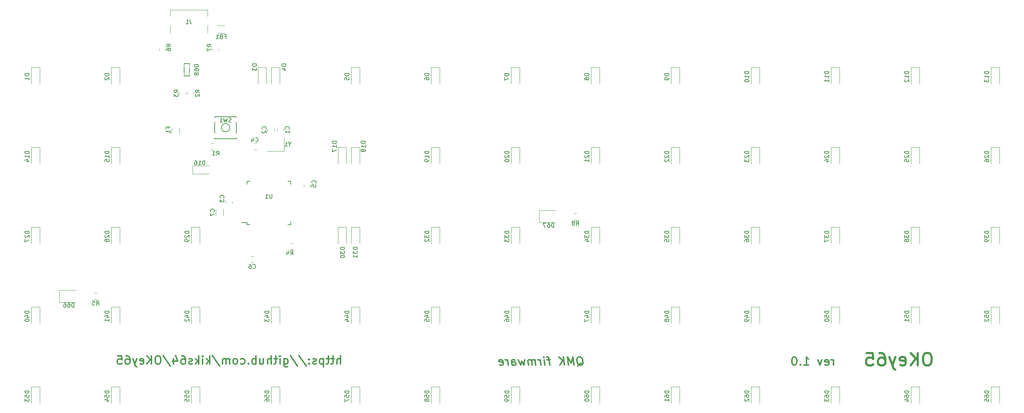
<source format=gbo>
G04 #@! TF.GenerationSoftware,KiCad,Pcbnew,5.1.9+dfsg1-1*
G04 #@! TF.CreationDate,2021-12-29T06:26:28+01:00*
G04 #@! TF.ProjectId,okey65-pcb,6f6b6579-3635-42d7-9063-622e6b696361,rev?*
G04 #@! TF.SameCoordinates,Original*
G04 #@! TF.FileFunction,Legend,Bot*
G04 #@! TF.FilePolarity,Positive*
%FSLAX46Y46*%
G04 Gerber Fmt 4.6, Leading zero omitted, Abs format (unit mm)*
G04 Created by KiCad (PCBNEW 5.1.9+dfsg1-1) date 2021-12-29 06:26:28*
%MOMM*%
%LPD*%
G01*
G04 APERTURE LIST*
%ADD10C,0.300000*%
%ADD11C,0.500000*%
%ADD12C,0.120000*%
%ADD13C,0.150000*%
%ADD14C,2.250000*%
%ADD15C,3.987800*%
%ADD16C,1.750000*%
%ADD17R,0.700000X1.000000*%
%ADD18R,0.700000X0.600000*%
%ADD19R,1.400000X1.200000*%
%ADD20R,0.550000X1.500000*%
%ADD21R,1.500000X0.550000*%
%ADD22R,1.800000X1.100000*%
%ADD23R,0.600000X1.160000*%
%ADD24C,0.600000*%
%ADD25R,0.300000X1.160000*%
%ADD26O,0.900000X1.700000*%
%ADD27O,0.900000X2.000000*%
%ADD28O,1.800000X2.400000*%
%ADD29R,1.200000X0.900000*%
%ADD30R,0.900000X1.200000*%
G04 APERTURE END LIST*
D10*
X215470761Y-110124761D02*
X215470761Y-108791428D01*
X215470761Y-109172380D02*
X215375523Y-108981904D01*
X215280285Y-108886666D01*
X215089809Y-108791428D01*
X214899333Y-108791428D01*
X213470761Y-110029523D02*
X213661238Y-110124761D01*
X214042190Y-110124761D01*
X214232666Y-110029523D01*
X214327904Y-109839047D01*
X214327904Y-109077142D01*
X214232666Y-108886666D01*
X214042190Y-108791428D01*
X213661238Y-108791428D01*
X213470761Y-108886666D01*
X213375523Y-109077142D01*
X213375523Y-109267619D01*
X214327904Y-109458095D01*
X212708857Y-108791428D02*
X212232666Y-110124761D01*
X211756476Y-108791428D01*
X208423142Y-110124761D02*
X209566000Y-110124761D01*
X208994571Y-110124761D02*
X208994571Y-108124761D01*
X209185047Y-108410476D01*
X209375523Y-108600952D01*
X209566000Y-108696190D01*
X207566000Y-109934285D02*
X207470761Y-110029523D01*
X207566000Y-110124761D01*
X207661238Y-110029523D01*
X207566000Y-109934285D01*
X207566000Y-110124761D01*
X206232666Y-108124761D02*
X206042190Y-108124761D01*
X205851714Y-108220000D01*
X205756476Y-108315238D01*
X205661238Y-108505714D01*
X205566000Y-108886666D01*
X205566000Y-109362857D01*
X205661238Y-109743809D01*
X205756476Y-109934285D01*
X205851714Y-110029523D01*
X206042190Y-110124761D01*
X206232666Y-110124761D01*
X206423142Y-110029523D01*
X206518380Y-109934285D01*
X206613619Y-109743809D01*
X206708857Y-109362857D01*
X206708857Y-108886666D01*
X206613619Y-108505714D01*
X206518380Y-108315238D01*
X206423142Y-108220000D01*
X206232666Y-108124761D01*
X98072428Y-109870761D02*
X98072428Y-107870761D01*
X97215285Y-109870761D02*
X97215285Y-108823142D01*
X97310523Y-108632666D01*
X97501000Y-108537428D01*
X97786714Y-108537428D01*
X97977190Y-108632666D01*
X98072428Y-108727904D01*
X96548619Y-108537428D02*
X95786714Y-108537428D01*
X96262904Y-107870761D02*
X96262904Y-109585047D01*
X96167666Y-109775523D01*
X95977190Y-109870761D01*
X95786714Y-109870761D01*
X95405761Y-108537428D02*
X94643857Y-108537428D01*
X95120047Y-107870761D02*
X95120047Y-109585047D01*
X95024809Y-109775523D01*
X94834333Y-109870761D01*
X94643857Y-109870761D01*
X93977190Y-108537428D02*
X93977190Y-110537428D01*
X93977190Y-108632666D02*
X93786714Y-108537428D01*
X93405761Y-108537428D01*
X93215285Y-108632666D01*
X93120047Y-108727904D01*
X93024809Y-108918380D01*
X93024809Y-109489809D01*
X93120047Y-109680285D01*
X93215285Y-109775523D01*
X93405761Y-109870761D01*
X93786714Y-109870761D01*
X93977190Y-109775523D01*
X92262904Y-109775523D02*
X92072428Y-109870761D01*
X91691476Y-109870761D01*
X91501000Y-109775523D01*
X91405761Y-109585047D01*
X91405761Y-109489809D01*
X91501000Y-109299333D01*
X91691476Y-109204095D01*
X91977190Y-109204095D01*
X92167666Y-109108857D01*
X92262904Y-108918380D01*
X92262904Y-108823142D01*
X92167666Y-108632666D01*
X91977190Y-108537428D01*
X91691476Y-108537428D01*
X91501000Y-108632666D01*
X90548619Y-109680285D02*
X90453380Y-109775523D01*
X90548619Y-109870761D01*
X90643857Y-109775523D01*
X90548619Y-109680285D01*
X90548619Y-109870761D01*
X90548619Y-108632666D02*
X90453380Y-108727904D01*
X90548619Y-108823142D01*
X90643857Y-108727904D01*
X90548619Y-108632666D01*
X90548619Y-108823142D01*
X88167666Y-107775523D02*
X89881952Y-110346952D01*
X86072428Y-107775523D02*
X87786714Y-110346952D01*
X84548619Y-108537428D02*
X84548619Y-110156476D01*
X84643857Y-110346952D01*
X84739095Y-110442190D01*
X84929571Y-110537428D01*
X85215285Y-110537428D01*
X85405761Y-110442190D01*
X84548619Y-109775523D02*
X84739095Y-109870761D01*
X85120047Y-109870761D01*
X85310523Y-109775523D01*
X85405761Y-109680285D01*
X85501000Y-109489809D01*
X85501000Y-108918380D01*
X85405761Y-108727904D01*
X85310523Y-108632666D01*
X85120047Y-108537428D01*
X84739095Y-108537428D01*
X84548619Y-108632666D01*
X83596238Y-109870761D02*
X83596238Y-108537428D01*
X83596238Y-107870761D02*
X83691476Y-107966000D01*
X83596238Y-108061238D01*
X83501000Y-107966000D01*
X83596238Y-107870761D01*
X83596238Y-108061238D01*
X82929571Y-108537428D02*
X82167666Y-108537428D01*
X82643857Y-107870761D02*
X82643857Y-109585047D01*
X82548619Y-109775523D01*
X82358142Y-109870761D01*
X82167666Y-109870761D01*
X81501000Y-109870761D02*
X81501000Y-107870761D01*
X80643857Y-109870761D02*
X80643857Y-108823142D01*
X80739095Y-108632666D01*
X80929571Y-108537428D01*
X81215285Y-108537428D01*
X81405761Y-108632666D01*
X81501000Y-108727904D01*
X78834333Y-108537428D02*
X78834333Y-109870761D01*
X79691476Y-108537428D02*
X79691476Y-109585047D01*
X79596238Y-109775523D01*
X79405761Y-109870761D01*
X79120047Y-109870761D01*
X78929571Y-109775523D01*
X78834333Y-109680285D01*
X77881952Y-109870761D02*
X77881952Y-107870761D01*
X77881952Y-108632666D02*
X77691476Y-108537428D01*
X77310523Y-108537428D01*
X77120047Y-108632666D01*
X77024809Y-108727904D01*
X76929571Y-108918380D01*
X76929571Y-109489809D01*
X77024809Y-109680285D01*
X77120047Y-109775523D01*
X77310523Y-109870761D01*
X77691476Y-109870761D01*
X77881952Y-109775523D01*
X76072428Y-109680285D02*
X75977190Y-109775523D01*
X76072428Y-109870761D01*
X76167666Y-109775523D01*
X76072428Y-109680285D01*
X76072428Y-109870761D01*
X74262904Y-109775523D02*
X74453380Y-109870761D01*
X74834333Y-109870761D01*
X75024809Y-109775523D01*
X75120047Y-109680285D01*
X75215285Y-109489809D01*
X75215285Y-108918380D01*
X75120047Y-108727904D01*
X75024809Y-108632666D01*
X74834333Y-108537428D01*
X74453380Y-108537428D01*
X74262904Y-108632666D01*
X73120047Y-109870761D02*
X73310523Y-109775523D01*
X73405761Y-109680285D01*
X73501000Y-109489809D01*
X73501000Y-108918380D01*
X73405761Y-108727904D01*
X73310523Y-108632666D01*
X73120047Y-108537428D01*
X72834333Y-108537428D01*
X72643857Y-108632666D01*
X72548619Y-108727904D01*
X72453380Y-108918380D01*
X72453380Y-109489809D01*
X72548619Y-109680285D01*
X72643857Y-109775523D01*
X72834333Y-109870761D01*
X73120047Y-109870761D01*
X71596238Y-109870761D02*
X71596238Y-108537428D01*
X71596238Y-108727904D02*
X71501000Y-108632666D01*
X71310523Y-108537428D01*
X71024809Y-108537428D01*
X70834333Y-108632666D01*
X70739095Y-108823142D01*
X70739095Y-109870761D01*
X70739095Y-108823142D02*
X70643857Y-108632666D01*
X70453380Y-108537428D01*
X70167666Y-108537428D01*
X69977190Y-108632666D01*
X69881952Y-108823142D01*
X69881952Y-109870761D01*
X67501000Y-107775523D02*
X69215285Y-110346952D01*
X66834333Y-109870761D02*
X66834333Y-107870761D01*
X66643857Y-109108857D02*
X66072428Y-109870761D01*
X66072428Y-108537428D02*
X66834333Y-109299333D01*
X65215285Y-109870761D02*
X65215285Y-108537428D01*
X65215285Y-107870761D02*
X65310523Y-107966000D01*
X65215285Y-108061238D01*
X65120047Y-107966000D01*
X65215285Y-107870761D01*
X65215285Y-108061238D01*
X64262904Y-109870761D02*
X64262904Y-107870761D01*
X64072428Y-109108857D02*
X63501000Y-109870761D01*
X63501000Y-108537428D02*
X64262904Y-109299333D01*
X62739095Y-109775523D02*
X62548619Y-109870761D01*
X62167666Y-109870761D01*
X61977190Y-109775523D01*
X61881952Y-109585047D01*
X61881952Y-109489809D01*
X61977190Y-109299333D01*
X62167666Y-109204095D01*
X62453380Y-109204095D01*
X62643857Y-109108857D01*
X62739095Y-108918380D01*
X62739095Y-108823142D01*
X62643857Y-108632666D01*
X62453380Y-108537428D01*
X62167666Y-108537428D01*
X61977190Y-108632666D01*
X60167666Y-107870761D02*
X60548619Y-107870761D01*
X60739095Y-107966000D01*
X60834333Y-108061238D01*
X61024809Y-108346952D01*
X61120047Y-108727904D01*
X61120047Y-109489809D01*
X61024809Y-109680285D01*
X60929571Y-109775523D01*
X60739095Y-109870761D01*
X60358142Y-109870761D01*
X60167666Y-109775523D01*
X60072428Y-109680285D01*
X59977190Y-109489809D01*
X59977190Y-109013619D01*
X60072428Y-108823142D01*
X60167666Y-108727904D01*
X60358142Y-108632666D01*
X60739095Y-108632666D01*
X60929571Y-108727904D01*
X61024809Y-108823142D01*
X61120047Y-109013619D01*
X58262904Y-108537428D02*
X58262904Y-109870761D01*
X58739095Y-107775523D02*
X59215285Y-109204095D01*
X57977190Y-109204095D01*
X55786714Y-107775523D02*
X57501000Y-110346952D01*
X54739095Y-107870761D02*
X54358142Y-107870761D01*
X54167666Y-107966000D01*
X53977190Y-108156476D01*
X53881952Y-108537428D01*
X53881952Y-109204095D01*
X53977190Y-109585047D01*
X54167666Y-109775523D01*
X54358142Y-109870761D01*
X54739095Y-109870761D01*
X54929571Y-109775523D01*
X55120047Y-109585047D01*
X55215285Y-109204095D01*
X55215285Y-108537428D01*
X55120047Y-108156476D01*
X54929571Y-107966000D01*
X54739095Y-107870761D01*
X53024809Y-109870761D02*
X53024809Y-107870761D01*
X51881952Y-109870761D02*
X52739095Y-108727904D01*
X51881952Y-107870761D02*
X53024809Y-109013619D01*
X50262904Y-109775523D02*
X50453380Y-109870761D01*
X50834333Y-109870761D01*
X51024809Y-109775523D01*
X51120047Y-109585047D01*
X51120047Y-108823142D01*
X51024809Y-108632666D01*
X50834333Y-108537428D01*
X50453380Y-108537428D01*
X50262904Y-108632666D01*
X50167666Y-108823142D01*
X50167666Y-109013619D01*
X51120047Y-109204095D01*
X49501000Y-108537428D02*
X49024809Y-109870761D01*
X48548619Y-108537428D02*
X49024809Y-109870761D01*
X49215285Y-110346952D01*
X49310523Y-110442190D01*
X49501000Y-110537428D01*
X46929571Y-107870761D02*
X47310523Y-107870761D01*
X47501000Y-107966000D01*
X47596238Y-108061238D01*
X47786714Y-108346952D01*
X47881952Y-108727904D01*
X47881952Y-109489809D01*
X47786714Y-109680285D01*
X47691476Y-109775523D01*
X47501000Y-109870761D01*
X47120047Y-109870761D01*
X46929571Y-109775523D01*
X46834333Y-109680285D01*
X46739095Y-109489809D01*
X46739095Y-109013619D01*
X46834333Y-108823142D01*
X46929571Y-108727904D01*
X47120047Y-108632666D01*
X47501000Y-108632666D01*
X47691476Y-108727904D01*
X47786714Y-108823142D01*
X47881952Y-109013619D01*
X44929571Y-107870761D02*
X45881952Y-107870761D01*
X45977190Y-108823142D01*
X45881952Y-108727904D01*
X45691476Y-108632666D01*
X45215285Y-108632666D01*
X45024809Y-108727904D01*
X44929571Y-108823142D01*
X44834333Y-109013619D01*
X44834333Y-109489809D01*
X44929571Y-109680285D01*
X45024809Y-109775523D01*
X45215285Y-109870761D01*
X45691476Y-109870761D01*
X45881952Y-109775523D01*
X45977190Y-109680285D01*
X154464208Y-110315238D02*
X154642779Y-110220000D01*
X154809446Y-110029523D01*
X155059446Y-109743809D01*
X155238017Y-109648571D01*
X155428494Y-109648571D01*
X155392779Y-110124761D02*
X155571351Y-110029523D01*
X155738017Y-109839047D01*
X155785636Y-109458095D01*
X155702303Y-108791428D01*
X155559446Y-108410476D01*
X155345160Y-108220000D01*
X155142779Y-108124761D01*
X154761827Y-108124761D01*
X154583255Y-108220000D01*
X154416589Y-108410476D01*
X154368970Y-108791428D01*
X154452303Y-109458095D01*
X154595160Y-109839047D01*
X154809446Y-110029523D01*
X155011827Y-110124761D01*
X155392779Y-110124761D01*
X153678494Y-110124761D02*
X153428494Y-108124761D01*
X152940398Y-109553333D01*
X152095160Y-108124761D01*
X152345160Y-110124761D01*
X151392779Y-110124761D02*
X151142779Y-108124761D01*
X150249922Y-110124761D02*
X150964208Y-108981904D01*
X149999922Y-108124761D02*
X151285636Y-109267619D01*
X147988017Y-108791428D02*
X147226113Y-108791428D01*
X147868970Y-110124761D02*
X147654684Y-108410476D01*
X147535636Y-108220000D01*
X147333255Y-108124761D01*
X147142779Y-108124761D01*
X146726113Y-110124761D02*
X146559446Y-108791428D01*
X146476113Y-108124761D02*
X146583255Y-108220000D01*
X146499922Y-108315238D01*
X146392779Y-108220000D01*
X146476113Y-108124761D01*
X146499922Y-108315238D01*
X145773732Y-110124761D02*
X145607065Y-108791428D01*
X145654684Y-109172380D02*
X145535636Y-108981904D01*
X145428494Y-108886666D01*
X145226113Y-108791428D01*
X145035636Y-108791428D01*
X144535636Y-110124761D02*
X144368970Y-108791428D01*
X144392779Y-108981904D02*
X144285636Y-108886666D01*
X144083255Y-108791428D01*
X143797541Y-108791428D01*
X143618970Y-108886666D01*
X143547541Y-109077142D01*
X143678494Y-110124761D01*
X143547541Y-109077142D02*
X143428494Y-108886666D01*
X143226113Y-108791428D01*
X142940398Y-108791428D01*
X142761827Y-108886666D01*
X142690398Y-109077142D01*
X142821351Y-110124761D01*
X141892779Y-108791428D02*
X141678494Y-110124761D01*
X141178494Y-109172380D01*
X140916589Y-110124761D01*
X140368970Y-108791428D01*
X138916589Y-110124761D02*
X138785636Y-109077142D01*
X138857065Y-108886666D01*
X139035636Y-108791428D01*
X139416589Y-108791428D01*
X139618970Y-108886666D01*
X138904684Y-110029523D02*
X139107065Y-110124761D01*
X139583255Y-110124761D01*
X139761827Y-110029523D01*
X139833255Y-109839047D01*
X139809446Y-109648571D01*
X139690398Y-109458095D01*
X139488017Y-109362857D01*
X139011827Y-109362857D01*
X138809446Y-109267619D01*
X137964208Y-110124761D02*
X137797541Y-108791428D01*
X137845160Y-109172380D02*
X137726113Y-108981904D01*
X137618970Y-108886666D01*
X137416589Y-108791428D01*
X137226113Y-108791428D01*
X135952303Y-110029523D02*
X136154684Y-110124761D01*
X136535636Y-110124761D01*
X136714208Y-110029523D01*
X136785636Y-109839047D01*
X136690398Y-109077142D01*
X136571351Y-108886666D01*
X136368970Y-108791428D01*
X135988017Y-108791428D01*
X135809446Y-108886666D01*
X135738017Y-109077142D01*
X135761827Y-109267619D01*
X136738017Y-109458095D01*
D11*
X238084428Y-107196142D02*
X237513000Y-107196142D01*
X237227285Y-107339000D01*
X236941571Y-107624714D01*
X236798714Y-108196142D01*
X236798714Y-109196142D01*
X236941571Y-109767571D01*
X237227285Y-110053285D01*
X237513000Y-110196142D01*
X238084428Y-110196142D01*
X238370142Y-110053285D01*
X238655857Y-109767571D01*
X238798714Y-109196142D01*
X238798714Y-108196142D01*
X238655857Y-107624714D01*
X238370142Y-107339000D01*
X238084428Y-107196142D01*
X235513000Y-110196142D02*
X235513000Y-107196142D01*
X233798714Y-110196142D02*
X235084428Y-108481857D01*
X233798714Y-107196142D02*
X235513000Y-108910428D01*
X231370142Y-110053285D02*
X231655857Y-110196142D01*
X232227285Y-110196142D01*
X232513000Y-110053285D01*
X232655857Y-109767571D01*
X232655857Y-108624714D01*
X232513000Y-108339000D01*
X232227285Y-108196142D01*
X231655857Y-108196142D01*
X231370142Y-108339000D01*
X231227285Y-108624714D01*
X231227285Y-108910428D01*
X232655857Y-109196142D01*
X230227285Y-108196142D02*
X229513000Y-110196142D01*
X228798714Y-108196142D02*
X229513000Y-110196142D01*
X229798714Y-110910428D01*
X229941571Y-111053285D01*
X230227285Y-111196142D01*
X226370142Y-107196142D02*
X226941571Y-107196142D01*
X227227285Y-107339000D01*
X227370142Y-107481857D01*
X227655857Y-107910428D01*
X227798714Y-108481857D01*
X227798714Y-109624714D01*
X227655857Y-109910428D01*
X227513000Y-110053285D01*
X227227285Y-110196142D01*
X226655857Y-110196142D01*
X226370142Y-110053285D01*
X226227285Y-109910428D01*
X226084428Y-109624714D01*
X226084428Y-108910428D01*
X226227285Y-108624714D01*
X226370142Y-108481857D01*
X226655857Y-108339000D01*
X227227285Y-108339000D01*
X227513000Y-108481857D01*
X227655857Y-108624714D01*
X227798714Y-108910428D01*
X223370142Y-107196142D02*
X224798714Y-107196142D01*
X224941571Y-108624714D01*
X224798714Y-108481857D01*
X224513000Y-108339000D01*
X223798714Y-108339000D01*
X223513000Y-108481857D01*
X223370142Y-108624714D01*
X223227285Y-108910428D01*
X223227285Y-109624714D01*
X223370142Y-109910428D01*
X223513000Y-110053285D01*
X223798714Y-110196142D01*
X224513000Y-110196142D01*
X224798714Y-110053285D01*
X224941571Y-109910428D01*
D12*
X70431242Y-29062000D02*
X68760758Y-29062000D01*
X70431242Y-30882000D02*
X68760758Y-30882000D01*
X70125000Y-74371252D02*
X70125000Y-72948748D01*
X68305000Y-74371252D02*
X68305000Y-72948748D01*
X72172500Y-70985748D02*
X72172500Y-71508252D01*
X70702500Y-70985748D02*
X70702500Y-71508252D01*
D13*
X60754500Y-38174000D02*
X60754500Y-41074000D01*
X60754500Y-38174000D02*
X62054500Y-38174000D01*
X62054500Y-38174000D02*
X62054500Y-41074000D01*
X62054500Y-41074000D02*
X60754500Y-41074000D01*
D12*
X59647500Y-54764564D02*
X59647500Y-53560436D01*
X57827500Y-54764564D02*
X57827500Y-53560436D01*
X84581750Y-55754000D02*
X84581750Y-59054000D01*
X84581750Y-59054000D02*
X80581750Y-59054000D01*
D13*
X75787500Y-76612500D02*
X75787500Y-76037500D01*
X86137500Y-76612500D02*
X86137500Y-75937500D01*
X86137500Y-66262500D02*
X86137500Y-66937500D01*
X75787500Y-66262500D02*
X75787500Y-66937500D01*
X75787500Y-76612500D02*
X76462500Y-76612500D01*
X75787500Y-66262500D02*
X76462500Y-66262500D01*
X86137500Y-66262500D02*
X85462500Y-66262500D01*
X86137500Y-76612500D02*
X85462500Y-76612500D01*
X75787500Y-76037500D02*
X74512500Y-76037500D01*
X68043750Y-56043750D02*
X73243750Y-56043750D01*
X73243750Y-56043750D02*
X73243750Y-50843750D01*
X73243750Y-50843750D02*
X68043750Y-50843750D01*
X68043750Y-50843750D02*
X68043750Y-56043750D01*
X71643750Y-53443750D02*
G75*
G03*
X71643750Y-53443750I-1000000J0D01*
G01*
D12*
X153760436Y-75347500D02*
X154214564Y-75347500D01*
X153760436Y-73877500D02*
X154214564Y-73877500D01*
X67527500Y-34579186D02*
X67527500Y-35033314D01*
X68997500Y-34579186D02*
X68997500Y-35033314D01*
X54827500Y-34579186D02*
X54827500Y-35033314D01*
X56297500Y-34579186D02*
X56297500Y-35033314D01*
X39460436Y-94397500D02*
X39914564Y-94397500D01*
X39460436Y-92927500D02*
X39914564Y-92927500D01*
X86291686Y-82491250D02*
X86745814Y-82491250D01*
X86291686Y-81021250D02*
X86745814Y-81021250D01*
X61187000Y-45439064D02*
X61187000Y-44984936D01*
X59717000Y-45439064D02*
X59717000Y-44984936D01*
X63092000Y-45439064D02*
X63092000Y-44984936D01*
X61622000Y-45439064D02*
X61622000Y-44984936D01*
X67695814Y-57208750D02*
X67241686Y-57208750D01*
X67695814Y-58678750D02*
X67241686Y-58678750D01*
X66382500Y-25386000D02*
X57442500Y-25386000D01*
X66382500Y-30896000D02*
X66382500Y-29096000D01*
X66382500Y-25386000D02*
X66382500Y-26846000D01*
X57442500Y-25386000D02*
X57442500Y-26846000D01*
X57442500Y-30896000D02*
X57442500Y-29096000D01*
X149237500Y-76072500D02*
X145352500Y-76072500D01*
X145352500Y-76072500D02*
X145352500Y-73152500D01*
X145352500Y-73152500D02*
X149237500Y-73152500D01*
X34937500Y-95122500D02*
X31052500Y-95122500D01*
X31052500Y-95122500D02*
X31052500Y-92202500D01*
X31052500Y-92202500D02*
X34937500Y-92202500D01*
X253000000Y-115225000D02*
X255000000Y-115225000D01*
X255000000Y-115225000D02*
X255000000Y-119125000D01*
X253000000Y-115225000D02*
X253000000Y-119125000D01*
X233950000Y-115225000D02*
X235950000Y-115225000D01*
X235950000Y-115225000D02*
X235950000Y-119125000D01*
X233950000Y-115225000D02*
X233950000Y-119125000D01*
X214900000Y-115225000D02*
X216900000Y-115225000D01*
X216900000Y-115225000D02*
X216900000Y-119125000D01*
X214900000Y-115225000D02*
X214900000Y-119125000D01*
X195850000Y-115225000D02*
X197850000Y-115225000D01*
X197850000Y-115225000D02*
X197850000Y-119125000D01*
X195850000Y-115225000D02*
X195850000Y-119125000D01*
X176800000Y-115225000D02*
X178800000Y-115225000D01*
X178800000Y-115225000D02*
X178800000Y-119125000D01*
X176800000Y-115225000D02*
X176800000Y-119125000D01*
X157750000Y-115225000D02*
X159750000Y-115225000D01*
X159750000Y-115225000D02*
X159750000Y-119125000D01*
X157750000Y-115225000D02*
X157750000Y-119125000D01*
X138700000Y-115225000D02*
X140700000Y-115225000D01*
X140700000Y-115225000D02*
X140700000Y-119125000D01*
X138700000Y-115225000D02*
X138700000Y-119125000D01*
X119650000Y-115225000D02*
X121650000Y-115225000D01*
X121650000Y-115225000D02*
X121650000Y-119125000D01*
X119650000Y-115225000D02*
X119650000Y-119125000D01*
X100600000Y-115225000D02*
X102600000Y-115225000D01*
X102600000Y-115225000D02*
X102600000Y-119125000D01*
X100600000Y-115225000D02*
X100600000Y-119125000D01*
X81550000Y-115225000D02*
X83550000Y-115225000D01*
X83550000Y-115225000D02*
X83550000Y-119125000D01*
X81550000Y-115225000D02*
X81550000Y-119125000D01*
X62500000Y-115225000D02*
X64500000Y-115225000D01*
X64500000Y-115225000D02*
X64500000Y-119125000D01*
X62500000Y-115225000D02*
X62500000Y-119125000D01*
X43450000Y-115225000D02*
X45450000Y-115225000D01*
X45450000Y-115225000D02*
X45450000Y-119125000D01*
X43450000Y-115225000D02*
X43450000Y-119125000D01*
X24400000Y-115225000D02*
X26400000Y-115225000D01*
X26400000Y-115225000D02*
X26400000Y-119125000D01*
X24400000Y-115225000D02*
X24400000Y-119125000D01*
X253000000Y-96175000D02*
X255000000Y-96175000D01*
X255000000Y-96175000D02*
X255000000Y-100075000D01*
X253000000Y-96175000D02*
X253000000Y-100075000D01*
X233950000Y-96175000D02*
X235950000Y-96175000D01*
X235950000Y-96175000D02*
X235950000Y-100075000D01*
X233950000Y-96175000D02*
X233950000Y-100075000D01*
X214900000Y-96175000D02*
X216900000Y-96175000D01*
X216900000Y-96175000D02*
X216900000Y-100075000D01*
X214900000Y-96175000D02*
X214900000Y-100075000D01*
X195850000Y-96175000D02*
X197850000Y-96175000D01*
X197850000Y-96175000D02*
X197850000Y-100075000D01*
X195850000Y-96175000D02*
X195850000Y-100075000D01*
X176800000Y-96175000D02*
X178800000Y-96175000D01*
X178800000Y-96175000D02*
X178800000Y-100075000D01*
X176800000Y-96175000D02*
X176800000Y-100075000D01*
X157750000Y-96175000D02*
X159750000Y-96175000D01*
X159750000Y-96175000D02*
X159750000Y-100075000D01*
X157750000Y-96175000D02*
X157750000Y-100075000D01*
X138700000Y-96175000D02*
X140700000Y-96175000D01*
X140700000Y-96175000D02*
X140700000Y-100075000D01*
X138700000Y-96175000D02*
X138700000Y-100075000D01*
X119650000Y-96175000D02*
X121650000Y-96175000D01*
X121650000Y-96175000D02*
X121650000Y-100075000D01*
X119650000Y-96175000D02*
X119650000Y-100075000D01*
X100600000Y-96175000D02*
X102600000Y-96175000D01*
X102600000Y-96175000D02*
X102600000Y-100075000D01*
X100600000Y-96175000D02*
X100600000Y-100075000D01*
X81550000Y-96175000D02*
X83550000Y-96175000D01*
X83550000Y-96175000D02*
X83550000Y-100075000D01*
X81550000Y-96175000D02*
X81550000Y-100075000D01*
X62500000Y-96175000D02*
X64500000Y-96175000D01*
X64500000Y-96175000D02*
X64500000Y-100075000D01*
X62500000Y-96175000D02*
X62500000Y-100075000D01*
X43450000Y-96175000D02*
X45450000Y-96175000D01*
X45450000Y-96175000D02*
X45450000Y-100075000D01*
X43450000Y-96175000D02*
X43450000Y-100075000D01*
X24400000Y-96175000D02*
X26400000Y-96175000D01*
X26400000Y-96175000D02*
X26400000Y-100075000D01*
X24400000Y-96175000D02*
X24400000Y-100075000D01*
X253000000Y-77125000D02*
X255000000Y-77125000D01*
X255000000Y-77125000D02*
X255000000Y-81025000D01*
X253000000Y-77125000D02*
X253000000Y-81025000D01*
X233950000Y-77125000D02*
X235950000Y-77125000D01*
X235950000Y-77125000D02*
X235950000Y-81025000D01*
X233950000Y-77125000D02*
X233950000Y-81025000D01*
X214900000Y-77125000D02*
X216900000Y-77125000D01*
X216900000Y-77125000D02*
X216900000Y-81025000D01*
X214900000Y-77125000D02*
X214900000Y-81025000D01*
X195850000Y-77125000D02*
X197850000Y-77125000D01*
X197850000Y-77125000D02*
X197850000Y-81025000D01*
X195850000Y-77125000D02*
X195850000Y-81025000D01*
X176800000Y-77125000D02*
X178800000Y-77125000D01*
X178800000Y-77125000D02*
X178800000Y-81025000D01*
X176800000Y-77125000D02*
X176800000Y-81025000D01*
X157750000Y-77125000D02*
X159750000Y-77125000D01*
X159750000Y-77125000D02*
X159750000Y-81025000D01*
X157750000Y-77125000D02*
X157750000Y-81025000D01*
X138700000Y-77125000D02*
X140700000Y-77125000D01*
X140700000Y-77125000D02*
X140700000Y-81025000D01*
X138700000Y-77125000D02*
X138700000Y-81025000D01*
X119650000Y-77125000D02*
X121650000Y-77125000D01*
X121650000Y-77125000D02*
X121650000Y-81025000D01*
X119650000Y-77125000D02*
X119650000Y-81025000D01*
X100600000Y-77125000D02*
X102600000Y-77125000D01*
X102600000Y-77125000D02*
X102600000Y-81025000D01*
X100600000Y-77125000D02*
X100600000Y-81025000D01*
X97425000Y-77125000D02*
X99425000Y-77125000D01*
X99425000Y-77125000D02*
X99425000Y-81025000D01*
X97425000Y-77125000D02*
X97425000Y-81025000D01*
X62500000Y-77125000D02*
X64500000Y-77125000D01*
X64500000Y-77125000D02*
X64500000Y-81025000D01*
X62500000Y-77125000D02*
X62500000Y-81025000D01*
X43450000Y-77125000D02*
X45450000Y-77125000D01*
X45450000Y-77125000D02*
X45450000Y-81025000D01*
X43450000Y-77125000D02*
X43450000Y-81025000D01*
X24400000Y-77125000D02*
X26400000Y-77125000D01*
X26400000Y-77125000D02*
X26400000Y-81025000D01*
X24400000Y-77125000D02*
X24400000Y-81025000D01*
X253000000Y-58075000D02*
X255000000Y-58075000D01*
X255000000Y-58075000D02*
X255000000Y-61975000D01*
X253000000Y-58075000D02*
X253000000Y-61975000D01*
X233950000Y-58075000D02*
X235950000Y-58075000D01*
X235950000Y-58075000D02*
X235950000Y-61975000D01*
X233950000Y-58075000D02*
X233950000Y-61975000D01*
X214900000Y-58075000D02*
X216900000Y-58075000D01*
X216900000Y-58075000D02*
X216900000Y-61975000D01*
X214900000Y-58075000D02*
X214900000Y-61975000D01*
X195850000Y-58075000D02*
X197850000Y-58075000D01*
X197850000Y-58075000D02*
X197850000Y-61975000D01*
X195850000Y-58075000D02*
X195850000Y-61975000D01*
X176800000Y-58075000D02*
X178800000Y-58075000D01*
X178800000Y-58075000D02*
X178800000Y-61975000D01*
X176800000Y-58075000D02*
X176800000Y-61975000D01*
X157750000Y-58075000D02*
X159750000Y-58075000D01*
X159750000Y-58075000D02*
X159750000Y-61975000D01*
X157750000Y-58075000D02*
X157750000Y-61975000D01*
X138700000Y-58075000D02*
X140700000Y-58075000D01*
X140700000Y-58075000D02*
X140700000Y-61975000D01*
X138700000Y-58075000D02*
X138700000Y-61975000D01*
X119650000Y-58075000D02*
X121650000Y-58075000D01*
X121650000Y-58075000D02*
X121650000Y-61975000D01*
X119650000Y-58075000D02*
X119650000Y-61975000D01*
X100600000Y-58075000D02*
X102600000Y-58075000D01*
X102600000Y-58075000D02*
X102600000Y-61975000D01*
X100600000Y-58075000D02*
X100600000Y-61975000D01*
X97425000Y-58075000D02*
X99425000Y-58075000D01*
X99425000Y-58075000D02*
X99425000Y-61975000D01*
X97425000Y-58075000D02*
X97425000Y-61975000D01*
X62837500Y-64500000D02*
X62837500Y-62500000D01*
X62837500Y-62500000D02*
X66737500Y-62500000D01*
X62837500Y-64500000D02*
X66737500Y-64500000D01*
X43450000Y-58075000D02*
X45450000Y-58075000D01*
X45450000Y-58075000D02*
X45450000Y-61975000D01*
X43450000Y-58075000D02*
X43450000Y-61975000D01*
X24400000Y-58075000D02*
X26400000Y-58075000D01*
X26400000Y-58075000D02*
X26400000Y-61975000D01*
X24400000Y-58075000D02*
X24400000Y-61975000D01*
X253000000Y-39025000D02*
X255000000Y-39025000D01*
X255000000Y-39025000D02*
X255000000Y-42925000D01*
X253000000Y-39025000D02*
X253000000Y-42925000D01*
X233950000Y-39025000D02*
X235950000Y-39025000D01*
X235950000Y-39025000D02*
X235950000Y-42925000D01*
X233950000Y-39025000D02*
X233950000Y-42925000D01*
X214900000Y-39025000D02*
X216900000Y-39025000D01*
X216900000Y-39025000D02*
X216900000Y-42925000D01*
X214900000Y-39025000D02*
X214900000Y-42925000D01*
X195850000Y-39025000D02*
X197850000Y-39025000D01*
X197850000Y-39025000D02*
X197850000Y-42925000D01*
X195850000Y-39025000D02*
X195850000Y-42925000D01*
X176800000Y-39025000D02*
X178800000Y-39025000D01*
X178800000Y-39025000D02*
X178800000Y-42925000D01*
X176800000Y-39025000D02*
X176800000Y-42925000D01*
X157750000Y-39025000D02*
X159750000Y-39025000D01*
X159750000Y-39025000D02*
X159750000Y-42925000D01*
X157750000Y-39025000D02*
X157750000Y-42925000D01*
X138700000Y-39025000D02*
X140700000Y-39025000D01*
X140700000Y-39025000D02*
X140700000Y-42925000D01*
X138700000Y-39025000D02*
X138700000Y-42925000D01*
X119650000Y-39025000D02*
X121650000Y-39025000D01*
X121650000Y-39025000D02*
X121650000Y-42925000D01*
X119650000Y-39025000D02*
X119650000Y-42925000D01*
X100600000Y-39025000D02*
X102600000Y-39025000D01*
X102600000Y-39025000D02*
X102600000Y-42925000D01*
X100600000Y-39025000D02*
X100600000Y-42925000D01*
X81550000Y-39025000D02*
X83550000Y-39025000D01*
X83550000Y-39025000D02*
X83550000Y-42925000D01*
X81550000Y-39025000D02*
X81550000Y-42925000D01*
X78375000Y-39025000D02*
X80375000Y-39025000D01*
X80375000Y-39025000D02*
X80375000Y-42925000D01*
X78375000Y-39025000D02*
X78375000Y-42925000D01*
X43450000Y-39025000D02*
X45450000Y-39025000D01*
X45450000Y-39025000D02*
X45450000Y-42925000D01*
X43450000Y-39025000D02*
X43450000Y-42925000D01*
X24400000Y-39025000D02*
X26400000Y-39025000D01*
X26400000Y-39025000D02*
X26400000Y-42925000D01*
X24400000Y-39025000D02*
X24400000Y-42925000D01*
X76732498Y-84196250D02*
X77255002Y-84196250D01*
X76732498Y-85666250D02*
X77255002Y-85666250D01*
X89308000Y-67637252D02*
X89308000Y-67114748D01*
X90778000Y-67637252D02*
X90778000Y-67114748D01*
X77526248Y-57208750D02*
X78048752Y-57208750D01*
X77526248Y-58678750D02*
X78048752Y-58678750D01*
X82173750Y-54236252D02*
X82173750Y-53713748D01*
X80703750Y-54236252D02*
X80703750Y-53713748D01*
X84459750Y-54236252D02*
X84459750Y-53713748D01*
X82989750Y-54236252D02*
X82989750Y-53713748D01*
D13*
X70429333Y-31678571D02*
X70762666Y-31678571D01*
X70762666Y-32202380D02*
X70762666Y-31202380D01*
X70286476Y-31202380D01*
X69572190Y-31678571D02*
X69429333Y-31726190D01*
X69381714Y-31773809D01*
X69334095Y-31869047D01*
X69334095Y-32011904D01*
X69381714Y-32107142D01*
X69429333Y-32154761D01*
X69524571Y-32202380D01*
X69905523Y-32202380D01*
X69905523Y-31202380D01*
X69572190Y-31202380D01*
X69476952Y-31250000D01*
X69429333Y-31297619D01*
X69381714Y-31392857D01*
X69381714Y-31488095D01*
X69429333Y-31583333D01*
X69476952Y-31630952D01*
X69572190Y-31678571D01*
X69905523Y-31678571D01*
X68381714Y-32202380D02*
X68953142Y-32202380D01*
X68667428Y-32202380D02*
X68667428Y-31202380D01*
X68762666Y-31345238D01*
X68857904Y-31440476D01*
X68953142Y-31488095D01*
X67921142Y-73493333D02*
X67968761Y-73445714D01*
X68016380Y-73302857D01*
X68016380Y-73207619D01*
X67968761Y-73064761D01*
X67873523Y-72969523D01*
X67778285Y-72921904D01*
X67587809Y-72874285D01*
X67444952Y-72874285D01*
X67254476Y-72921904D01*
X67159238Y-72969523D01*
X67064000Y-73064761D01*
X67016380Y-73207619D01*
X67016380Y-73302857D01*
X67064000Y-73445714D01*
X67111619Y-73493333D01*
X67016380Y-73826666D02*
X67016380Y-74493333D01*
X68016380Y-74064761D01*
X70207142Y-70191333D02*
X70254761Y-70143714D01*
X70302380Y-70000857D01*
X70302380Y-69905619D01*
X70254761Y-69762761D01*
X70159523Y-69667523D01*
X70064285Y-69619904D01*
X69873809Y-69572285D01*
X69730952Y-69572285D01*
X69540476Y-69619904D01*
X69445238Y-69667523D01*
X69350000Y-69762761D01*
X69302380Y-69905619D01*
X69302380Y-70000857D01*
X69350000Y-70143714D01*
X69397619Y-70191333D01*
X69302380Y-70524666D02*
X69302380Y-71143714D01*
X69683333Y-70810380D01*
X69683333Y-70953238D01*
X69730952Y-71048476D01*
X69778571Y-71096095D01*
X69873809Y-71143714D01*
X70111904Y-71143714D01*
X70207142Y-71096095D01*
X70254761Y-71048476D01*
X70302380Y-70953238D01*
X70302380Y-70667523D01*
X70254761Y-70572285D01*
X70207142Y-70524666D01*
X64206380Y-38409714D02*
X63206380Y-38409714D01*
X63206380Y-38647809D01*
X63254000Y-38790666D01*
X63349238Y-38885904D01*
X63444476Y-38933523D01*
X63634952Y-38981142D01*
X63777809Y-38981142D01*
X63968285Y-38933523D01*
X64063523Y-38885904D01*
X64158761Y-38790666D01*
X64206380Y-38647809D01*
X64206380Y-38409714D01*
X63206380Y-39838285D02*
X63206380Y-39647809D01*
X63254000Y-39552571D01*
X63301619Y-39504952D01*
X63444476Y-39409714D01*
X63634952Y-39362095D01*
X64015904Y-39362095D01*
X64111142Y-39409714D01*
X64158761Y-39457333D01*
X64206380Y-39552571D01*
X64206380Y-39743047D01*
X64158761Y-39838285D01*
X64111142Y-39885904D01*
X64015904Y-39933523D01*
X63777809Y-39933523D01*
X63682571Y-39885904D01*
X63634952Y-39838285D01*
X63587333Y-39743047D01*
X63587333Y-39552571D01*
X63634952Y-39457333D01*
X63682571Y-39409714D01*
X63777809Y-39362095D01*
X63634952Y-40504952D02*
X63587333Y-40409714D01*
X63539714Y-40362095D01*
X63444476Y-40314476D01*
X63396857Y-40314476D01*
X63301619Y-40362095D01*
X63254000Y-40409714D01*
X63206380Y-40504952D01*
X63206380Y-40695428D01*
X63254000Y-40790666D01*
X63301619Y-40838285D01*
X63396857Y-40885904D01*
X63444476Y-40885904D01*
X63539714Y-40838285D01*
X63587333Y-40790666D01*
X63634952Y-40695428D01*
X63634952Y-40504952D01*
X63682571Y-40409714D01*
X63730190Y-40362095D01*
X63825428Y-40314476D01*
X64015904Y-40314476D01*
X64111142Y-40362095D01*
X64158761Y-40409714D01*
X64206380Y-40504952D01*
X64206380Y-40695428D01*
X64158761Y-40790666D01*
X64111142Y-40838285D01*
X64015904Y-40885904D01*
X63825428Y-40885904D01*
X63730190Y-40838285D01*
X63682571Y-40790666D01*
X63634952Y-40695428D01*
X56951571Y-53641666D02*
X56951571Y-53308333D01*
X57475380Y-53308333D02*
X56475380Y-53308333D01*
X56475380Y-53784523D01*
X57475380Y-54689285D02*
X57475380Y-54117857D01*
X57475380Y-54403571D02*
X56475380Y-54403571D01*
X56618238Y-54308333D01*
X56713476Y-54213095D01*
X56761095Y-54117857D01*
X85947190Y-57380190D02*
X85947190Y-57856380D01*
X86280523Y-56856380D02*
X85947190Y-57380190D01*
X85613857Y-56856380D01*
X84756714Y-57856380D02*
X85328142Y-57856380D01*
X85042428Y-57856380D02*
X85042428Y-56856380D01*
X85137666Y-56999238D01*
X85232904Y-57094476D01*
X85328142Y-57142095D01*
X81724404Y-69302380D02*
X81724404Y-70111904D01*
X81676785Y-70207142D01*
X81629166Y-70254761D01*
X81533928Y-70302380D01*
X81343452Y-70302380D01*
X81248214Y-70254761D01*
X81200595Y-70207142D01*
X81152976Y-70111904D01*
X81152976Y-69302380D01*
X80152976Y-70302380D02*
X80724404Y-70302380D01*
X80438690Y-70302380D02*
X80438690Y-69302380D01*
X80533928Y-69445238D01*
X80629166Y-69540476D01*
X80724404Y-69588095D01*
X71977083Y-52093761D02*
X71834226Y-52141380D01*
X71596130Y-52141380D01*
X71500892Y-52093761D01*
X71453273Y-52046142D01*
X71405654Y-51950904D01*
X71405654Y-51855666D01*
X71453273Y-51760428D01*
X71500892Y-51712809D01*
X71596130Y-51665190D01*
X71786607Y-51617571D01*
X71881845Y-51569952D01*
X71929464Y-51522333D01*
X71977083Y-51427095D01*
X71977083Y-51331857D01*
X71929464Y-51236619D01*
X71881845Y-51189000D01*
X71786607Y-51141380D01*
X71548511Y-51141380D01*
X71405654Y-51189000D01*
X71072321Y-51141380D02*
X70834226Y-52141380D01*
X70643750Y-51427095D01*
X70453273Y-52141380D01*
X70215178Y-51141380D01*
X69310416Y-52141380D02*
X69881845Y-52141380D01*
X69596130Y-52141380D02*
X69596130Y-51141380D01*
X69691369Y-51284238D01*
X69786607Y-51379476D01*
X69881845Y-51427095D01*
X154154166Y-76714880D02*
X154487500Y-76238690D01*
X154725595Y-76714880D02*
X154725595Y-75714880D01*
X154344642Y-75714880D01*
X154249404Y-75762500D01*
X154201785Y-75810119D01*
X154154166Y-75905357D01*
X154154166Y-76048214D01*
X154201785Y-76143452D01*
X154249404Y-76191071D01*
X154344642Y-76238690D01*
X154725595Y-76238690D01*
X153582738Y-76143452D02*
X153677976Y-76095833D01*
X153725595Y-76048214D01*
X153773214Y-75952976D01*
X153773214Y-75905357D01*
X153725595Y-75810119D01*
X153677976Y-75762500D01*
X153582738Y-75714880D01*
X153392261Y-75714880D01*
X153297023Y-75762500D01*
X153249404Y-75810119D01*
X153201785Y-75905357D01*
X153201785Y-75952976D01*
X153249404Y-76048214D01*
X153297023Y-76095833D01*
X153392261Y-76143452D01*
X153582738Y-76143452D01*
X153677976Y-76191071D01*
X153725595Y-76238690D01*
X153773214Y-76333928D01*
X153773214Y-76524404D01*
X153725595Y-76619642D01*
X153677976Y-76667261D01*
X153582738Y-76714880D01*
X153392261Y-76714880D01*
X153297023Y-76667261D01*
X153249404Y-76619642D01*
X153201785Y-76524404D01*
X153201785Y-76333928D01*
X153249404Y-76238690D01*
X153297023Y-76191071D01*
X153392261Y-76143452D01*
X67254380Y-34123333D02*
X66778190Y-33790000D01*
X67254380Y-33551904D02*
X66254380Y-33551904D01*
X66254380Y-33932857D01*
X66302000Y-34028095D01*
X66349619Y-34075714D01*
X66444857Y-34123333D01*
X66587714Y-34123333D01*
X66682952Y-34075714D01*
X66730571Y-34028095D01*
X66778190Y-33932857D01*
X66778190Y-33551904D01*
X66254380Y-34456666D02*
X66254380Y-35123333D01*
X67254380Y-34694761D01*
X57602380Y-34123333D02*
X57126190Y-33790000D01*
X57602380Y-33551904D02*
X56602380Y-33551904D01*
X56602380Y-33932857D01*
X56650000Y-34028095D01*
X56697619Y-34075714D01*
X56792857Y-34123333D01*
X56935714Y-34123333D01*
X57030952Y-34075714D01*
X57078571Y-34028095D01*
X57126190Y-33932857D01*
X57126190Y-33551904D01*
X56602380Y-34980476D02*
X56602380Y-34790000D01*
X56650000Y-34694761D01*
X56697619Y-34647142D01*
X56840476Y-34551904D01*
X57030952Y-34504285D01*
X57411904Y-34504285D01*
X57507142Y-34551904D01*
X57554761Y-34599523D01*
X57602380Y-34694761D01*
X57602380Y-34885238D01*
X57554761Y-34980476D01*
X57507142Y-35028095D01*
X57411904Y-35075714D01*
X57173809Y-35075714D01*
X57078571Y-35028095D01*
X57030952Y-34980476D01*
X56983333Y-34885238D01*
X56983333Y-34694761D01*
X57030952Y-34599523D01*
X57078571Y-34551904D01*
X57173809Y-34504285D01*
X39854166Y-95764880D02*
X40187500Y-95288690D01*
X40425595Y-95764880D02*
X40425595Y-94764880D01*
X40044642Y-94764880D01*
X39949404Y-94812500D01*
X39901785Y-94860119D01*
X39854166Y-94955357D01*
X39854166Y-95098214D01*
X39901785Y-95193452D01*
X39949404Y-95241071D01*
X40044642Y-95288690D01*
X40425595Y-95288690D01*
X38949404Y-94764880D02*
X39425595Y-94764880D01*
X39473214Y-95241071D01*
X39425595Y-95193452D01*
X39330357Y-95145833D01*
X39092261Y-95145833D01*
X38997023Y-95193452D01*
X38949404Y-95241071D01*
X38901785Y-95336309D01*
X38901785Y-95574404D01*
X38949404Y-95669642D01*
X38997023Y-95717261D01*
X39092261Y-95764880D01*
X39330357Y-95764880D01*
X39425595Y-95717261D01*
X39473214Y-95669642D01*
X86145666Y-83764380D02*
X86479000Y-83288190D01*
X86717095Y-83764380D02*
X86717095Y-82764380D01*
X86336142Y-82764380D01*
X86240904Y-82812000D01*
X86193285Y-82859619D01*
X86145666Y-82954857D01*
X86145666Y-83097714D01*
X86193285Y-83192952D01*
X86240904Y-83240571D01*
X86336142Y-83288190D01*
X86717095Y-83288190D01*
X85288523Y-83097714D02*
X85288523Y-83764380D01*
X85526619Y-82716761D02*
X85764714Y-83431047D01*
X85145666Y-83431047D01*
X59380380Y-45045333D02*
X58904190Y-44712000D01*
X59380380Y-44473904D02*
X58380380Y-44473904D01*
X58380380Y-44854857D01*
X58428000Y-44950095D01*
X58475619Y-44997714D01*
X58570857Y-45045333D01*
X58713714Y-45045333D01*
X58808952Y-44997714D01*
X58856571Y-44950095D01*
X58904190Y-44854857D01*
X58904190Y-44473904D01*
X58380380Y-45378666D02*
X58380380Y-45997714D01*
X58761333Y-45664380D01*
X58761333Y-45807238D01*
X58808952Y-45902476D01*
X58856571Y-45950095D01*
X58951809Y-45997714D01*
X59189904Y-45997714D01*
X59285142Y-45950095D01*
X59332761Y-45902476D01*
X59380380Y-45807238D01*
X59380380Y-45521523D01*
X59332761Y-45426285D01*
X59285142Y-45378666D01*
X64460380Y-45045333D02*
X63984190Y-44712000D01*
X64460380Y-44473904D02*
X63460380Y-44473904D01*
X63460380Y-44854857D01*
X63508000Y-44950095D01*
X63555619Y-44997714D01*
X63650857Y-45045333D01*
X63793714Y-45045333D01*
X63888952Y-44997714D01*
X63936571Y-44950095D01*
X63984190Y-44854857D01*
X63984190Y-44473904D01*
X63555619Y-45426285D02*
X63508000Y-45473904D01*
X63460380Y-45569142D01*
X63460380Y-45807238D01*
X63508000Y-45902476D01*
X63555619Y-45950095D01*
X63650857Y-45997714D01*
X63746095Y-45997714D01*
X63888952Y-45950095D01*
X64460380Y-45378666D01*
X64460380Y-45997714D01*
X68492666Y-60015380D02*
X68826000Y-59539190D01*
X69064095Y-60015380D02*
X69064095Y-59015380D01*
X68683142Y-59015380D01*
X68587904Y-59063000D01*
X68540285Y-59110619D01*
X68492666Y-59205857D01*
X68492666Y-59348714D01*
X68540285Y-59443952D01*
X68587904Y-59491571D01*
X68683142Y-59539190D01*
X69064095Y-59539190D01*
X67540285Y-60015380D02*
X68111714Y-60015380D01*
X67826000Y-60015380D02*
X67826000Y-59015380D01*
X67921238Y-59158238D01*
X68016476Y-59253476D01*
X68111714Y-59301095D01*
X62245833Y-27646380D02*
X62245833Y-28360666D01*
X62293452Y-28503523D01*
X62388690Y-28598761D01*
X62531547Y-28646380D01*
X62626785Y-28646380D01*
X61245833Y-28646380D02*
X61817261Y-28646380D01*
X61531547Y-28646380D02*
X61531547Y-27646380D01*
X61626785Y-27789238D01*
X61722023Y-27884476D01*
X61817261Y-27932095D01*
X148851785Y-77209880D02*
X148851785Y-76209880D01*
X148613690Y-76209880D01*
X148470833Y-76257500D01*
X148375595Y-76352738D01*
X148327976Y-76447976D01*
X148280357Y-76638452D01*
X148280357Y-76781309D01*
X148327976Y-76971785D01*
X148375595Y-77067023D01*
X148470833Y-77162261D01*
X148613690Y-77209880D01*
X148851785Y-77209880D01*
X147423214Y-76209880D02*
X147613690Y-76209880D01*
X147708928Y-76257500D01*
X147756547Y-76305119D01*
X147851785Y-76447976D01*
X147899404Y-76638452D01*
X147899404Y-77019404D01*
X147851785Y-77114642D01*
X147804166Y-77162261D01*
X147708928Y-77209880D01*
X147518452Y-77209880D01*
X147423214Y-77162261D01*
X147375595Y-77114642D01*
X147327976Y-77019404D01*
X147327976Y-76781309D01*
X147375595Y-76686071D01*
X147423214Y-76638452D01*
X147518452Y-76590833D01*
X147708928Y-76590833D01*
X147804166Y-76638452D01*
X147851785Y-76686071D01*
X147899404Y-76781309D01*
X146994642Y-76209880D02*
X146327976Y-76209880D01*
X146756547Y-77209880D01*
X34551785Y-96259880D02*
X34551785Y-95259880D01*
X34313690Y-95259880D01*
X34170833Y-95307500D01*
X34075595Y-95402738D01*
X34027976Y-95497976D01*
X33980357Y-95688452D01*
X33980357Y-95831309D01*
X34027976Y-96021785D01*
X34075595Y-96117023D01*
X34170833Y-96212261D01*
X34313690Y-96259880D01*
X34551785Y-96259880D01*
X33123214Y-95259880D02*
X33313690Y-95259880D01*
X33408928Y-95307500D01*
X33456547Y-95355119D01*
X33551785Y-95497976D01*
X33599404Y-95688452D01*
X33599404Y-96069404D01*
X33551785Y-96164642D01*
X33504166Y-96212261D01*
X33408928Y-96259880D01*
X33218452Y-96259880D01*
X33123214Y-96212261D01*
X33075595Y-96164642D01*
X33027976Y-96069404D01*
X33027976Y-95831309D01*
X33075595Y-95736071D01*
X33123214Y-95688452D01*
X33218452Y-95640833D01*
X33408928Y-95640833D01*
X33504166Y-95688452D01*
X33551785Y-95736071D01*
X33599404Y-95831309D01*
X32170833Y-95259880D02*
X32361309Y-95259880D01*
X32456547Y-95307500D01*
X32504166Y-95355119D01*
X32599404Y-95497976D01*
X32647023Y-95688452D01*
X32647023Y-96069404D01*
X32599404Y-96164642D01*
X32551785Y-96212261D01*
X32456547Y-96259880D01*
X32266071Y-96259880D01*
X32170833Y-96212261D01*
X32123214Y-96164642D01*
X32075595Y-96069404D01*
X32075595Y-95831309D01*
X32123214Y-95736071D01*
X32170833Y-95688452D01*
X32266071Y-95640833D01*
X32456547Y-95640833D01*
X32551785Y-95688452D01*
X32599404Y-95736071D01*
X32647023Y-95831309D01*
X252452380Y-116260714D02*
X251452380Y-116260714D01*
X251452380Y-116498809D01*
X251500000Y-116641666D01*
X251595238Y-116736904D01*
X251690476Y-116784523D01*
X251880952Y-116832142D01*
X252023809Y-116832142D01*
X252214285Y-116784523D01*
X252309523Y-116736904D01*
X252404761Y-116641666D01*
X252452380Y-116498809D01*
X252452380Y-116260714D01*
X251452380Y-117689285D02*
X251452380Y-117498809D01*
X251500000Y-117403571D01*
X251547619Y-117355952D01*
X251690476Y-117260714D01*
X251880952Y-117213095D01*
X252261904Y-117213095D01*
X252357142Y-117260714D01*
X252404761Y-117308333D01*
X252452380Y-117403571D01*
X252452380Y-117594047D01*
X252404761Y-117689285D01*
X252357142Y-117736904D01*
X252261904Y-117784523D01*
X252023809Y-117784523D01*
X251928571Y-117736904D01*
X251880952Y-117689285D01*
X251833333Y-117594047D01*
X251833333Y-117403571D01*
X251880952Y-117308333D01*
X251928571Y-117260714D01*
X252023809Y-117213095D01*
X251452380Y-118689285D02*
X251452380Y-118213095D01*
X251928571Y-118165476D01*
X251880952Y-118213095D01*
X251833333Y-118308333D01*
X251833333Y-118546428D01*
X251880952Y-118641666D01*
X251928571Y-118689285D01*
X252023809Y-118736904D01*
X252261904Y-118736904D01*
X252357142Y-118689285D01*
X252404761Y-118641666D01*
X252452380Y-118546428D01*
X252452380Y-118308333D01*
X252404761Y-118213095D01*
X252357142Y-118165476D01*
X233402380Y-116260714D02*
X232402380Y-116260714D01*
X232402380Y-116498809D01*
X232450000Y-116641666D01*
X232545238Y-116736904D01*
X232640476Y-116784523D01*
X232830952Y-116832142D01*
X232973809Y-116832142D01*
X233164285Y-116784523D01*
X233259523Y-116736904D01*
X233354761Y-116641666D01*
X233402380Y-116498809D01*
X233402380Y-116260714D01*
X232402380Y-117689285D02*
X232402380Y-117498809D01*
X232450000Y-117403571D01*
X232497619Y-117355952D01*
X232640476Y-117260714D01*
X232830952Y-117213095D01*
X233211904Y-117213095D01*
X233307142Y-117260714D01*
X233354761Y-117308333D01*
X233402380Y-117403571D01*
X233402380Y-117594047D01*
X233354761Y-117689285D01*
X233307142Y-117736904D01*
X233211904Y-117784523D01*
X232973809Y-117784523D01*
X232878571Y-117736904D01*
X232830952Y-117689285D01*
X232783333Y-117594047D01*
X232783333Y-117403571D01*
X232830952Y-117308333D01*
X232878571Y-117260714D01*
X232973809Y-117213095D01*
X232735714Y-118641666D02*
X233402380Y-118641666D01*
X232354761Y-118403571D02*
X233069047Y-118165476D01*
X233069047Y-118784523D01*
X214352380Y-116260714D02*
X213352380Y-116260714D01*
X213352380Y-116498809D01*
X213400000Y-116641666D01*
X213495238Y-116736904D01*
X213590476Y-116784523D01*
X213780952Y-116832142D01*
X213923809Y-116832142D01*
X214114285Y-116784523D01*
X214209523Y-116736904D01*
X214304761Y-116641666D01*
X214352380Y-116498809D01*
X214352380Y-116260714D01*
X213352380Y-117689285D02*
X213352380Y-117498809D01*
X213400000Y-117403571D01*
X213447619Y-117355952D01*
X213590476Y-117260714D01*
X213780952Y-117213095D01*
X214161904Y-117213095D01*
X214257142Y-117260714D01*
X214304761Y-117308333D01*
X214352380Y-117403571D01*
X214352380Y-117594047D01*
X214304761Y-117689285D01*
X214257142Y-117736904D01*
X214161904Y-117784523D01*
X213923809Y-117784523D01*
X213828571Y-117736904D01*
X213780952Y-117689285D01*
X213733333Y-117594047D01*
X213733333Y-117403571D01*
X213780952Y-117308333D01*
X213828571Y-117260714D01*
X213923809Y-117213095D01*
X213352380Y-118117857D02*
X213352380Y-118736904D01*
X213733333Y-118403571D01*
X213733333Y-118546428D01*
X213780952Y-118641666D01*
X213828571Y-118689285D01*
X213923809Y-118736904D01*
X214161904Y-118736904D01*
X214257142Y-118689285D01*
X214304761Y-118641666D01*
X214352380Y-118546428D01*
X214352380Y-118260714D01*
X214304761Y-118165476D01*
X214257142Y-118117857D01*
X195302380Y-116260714D02*
X194302380Y-116260714D01*
X194302380Y-116498809D01*
X194350000Y-116641666D01*
X194445238Y-116736904D01*
X194540476Y-116784523D01*
X194730952Y-116832142D01*
X194873809Y-116832142D01*
X195064285Y-116784523D01*
X195159523Y-116736904D01*
X195254761Y-116641666D01*
X195302380Y-116498809D01*
X195302380Y-116260714D01*
X194302380Y-117689285D02*
X194302380Y-117498809D01*
X194350000Y-117403571D01*
X194397619Y-117355952D01*
X194540476Y-117260714D01*
X194730952Y-117213095D01*
X195111904Y-117213095D01*
X195207142Y-117260714D01*
X195254761Y-117308333D01*
X195302380Y-117403571D01*
X195302380Y-117594047D01*
X195254761Y-117689285D01*
X195207142Y-117736904D01*
X195111904Y-117784523D01*
X194873809Y-117784523D01*
X194778571Y-117736904D01*
X194730952Y-117689285D01*
X194683333Y-117594047D01*
X194683333Y-117403571D01*
X194730952Y-117308333D01*
X194778571Y-117260714D01*
X194873809Y-117213095D01*
X194397619Y-118165476D02*
X194350000Y-118213095D01*
X194302380Y-118308333D01*
X194302380Y-118546428D01*
X194350000Y-118641666D01*
X194397619Y-118689285D01*
X194492857Y-118736904D01*
X194588095Y-118736904D01*
X194730952Y-118689285D01*
X195302380Y-118117857D01*
X195302380Y-118736904D01*
X176252380Y-116260714D02*
X175252380Y-116260714D01*
X175252380Y-116498809D01*
X175300000Y-116641666D01*
X175395238Y-116736904D01*
X175490476Y-116784523D01*
X175680952Y-116832142D01*
X175823809Y-116832142D01*
X176014285Y-116784523D01*
X176109523Y-116736904D01*
X176204761Y-116641666D01*
X176252380Y-116498809D01*
X176252380Y-116260714D01*
X175252380Y-117689285D02*
X175252380Y-117498809D01*
X175300000Y-117403571D01*
X175347619Y-117355952D01*
X175490476Y-117260714D01*
X175680952Y-117213095D01*
X176061904Y-117213095D01*
X176157142Y-117260714D01*
X176204761Y-117308333D01*
X176252380Y-117403571D01*
X176252380Y-117594047D01*
X176204761Y-117689285D01*
X176157142Y-117736904D01*
X176061904Y-117784523D01*
X175823809Y-117784523D01*
X175728571Y-117736904D01*
X175680952Y-117689285D01*
X175633333Y-117594047D01*
X175633333Y-117403571D01*
X175680952Y-117308333D01*
X175728571Y-117260714D01*
X175823809Y-117213095D01*
X176252380Y-118736904D02*
X176252380Y-118165476D01*
X176252380Y-118451190D02*
X175252380Y-118451190D01*
X175395238Y-118355952D01*
X175490476Y-118260714D01*
X175538095Y-118165476D01*
X157202380Y-116260714D02*
X156202380Y-116260714D01*
X156202380Y-116498809D01*
X156250000Y-116641666D01*
X156345238Y-116736904D01*
X156440476Y-116784523D01*
X156630952Y-116832142D01*
X156773809Y-116832142D01*
X156964285Y-116784523D01*
X157059523Y-116736904D01*
X157154761Y-116641666D01*
X157202380Y-116498809D01*
X157202380Y-116260714D01*
X156202380Y-117689285D02*
X156202380Y-117498809D01*
X156250000Y-117403571D01*
X156297619Y-117355952D01*
X156440476Y-117260714D01*
X156630952Y-117213095D01*
X157011904Y-117213095D01*
X157107142Y-117260714D01*
X157154761Y-117308333D01*
X157202380Y-117403571D01*
X157202380Y-117594047D01*
X157154761Y-117689285D01*
X157107142Y-117736904D01*
X157011904Y-117784523D01*
X156773809Y-117784523D01*
X156678571Y-117736904D01*
X156630952Y-117689285D01*
X156583333Y-117594047D01*
X156583333Y-117403571D01*
X156630952Y-117308333D01*
X156678571Y-117260714D01*
X156773809Y-117213095D01*
X156202380Y-118403571D02*
X156202380Y-118498809D01*
X156250000Y-118594047D01*
X156297619Y-118641666D01*
X156392857Y-118689285D01*
X156583333Y-118736904D01*
X156821428Y-118736904D01*
X157011904Y-118689285D01*
X157107142Y-118641666D01*
X157154761Y-118594047D01*
X157202380Y-118498809D01*
X157202380Y-118403571D01*
X157154761Y-118308333D01*
X157107142Y-118260714D01*
X157011904Y-118213095D01*
X156821428Y-118165476D01*
X156583333Y-118165476D01*
X156392857Y-118213095D01*
X156297619Y-118260714D01*
X156250000Y-118308333D01*
X156202380Y-118403571D01*
X138152380Y-116260714D02*
X137152380Y-116260714D01*
X137152380Y-116498809D01*
X137200000Y-116641666D01*
X137295238Y-116736904D01*
X137390476Y-116784523D01*
X137580952Y-116832142D01*
X137723809Y-116832142D01*
X137914285Y-116784523D01*
X138009523Y-116736904D01*
X138104761Y-116641666D01*
X138152380Y-116498809D01*
X138152380Y-116260714D01*
X137152380Y-117736904D02*
X137152380Y-117260714D01*
X137628571Y-117213095D01*
X137580952Y-117260714D01*
X137533333Y-117355952D01*
X137533333Y-117594047D01*
X137580952Y-117689285D01*
X137628571Y-117736904D01*
X137723809Y-117784523D01*
X137961904Y-117784523D01*
X138057142Y-117736904D01*
X138104761Y-117689285D01*
X138152380Y-117594047D01*
X138152380Y-117355952D01*
X138104761Y-117260714D01*
X138057142Y-117213095D01*
X138152380Y-118260714D02*
X138152380Y-118451190D01*
X138104761Y-118546428D01*
X138057142Y-118594047D01*
X137914285Y-118689285D01*
X137723809Y-118736904D01*
X137342857Y-118736904D01*
X137247619Y-118689285D01*
X137200000Y-118641666D01*
X137152380Y-118546428D01*
X137152380Y-118355952D01*
X137200000Y-118260714D01*
X137247619Y-118213095D01*
X137342857Y-118165476D01*
X137580952Y-118165476D01*
X137676190Y-118213095D01*
X137723809Y-118260714D01*
X137771428Y-118355952D01*
X137771428Y-118546428D01*
X137723809Y-118641666D01*
X137676190Y-118689285D01*
X137580952Y-118736904D01*
X119102380Y-116260714D02*
X118102380Y-116260714D01*
X118102380Y-116498809D01*
X118150000Y-116641666D01*
X118245238Y-116736904D01*
X118340476Y-116784523D01*
X118530952Y-116832142D01*
X118673809Y-116832142D01*
X118864285Y-116784523D01*
X118959523Y-116736904D01*
X119054761Y-116641666D01*
X119102380Y-116498809D01*
X119102380Y-116260714D01*
X118102380Y-117736904D02*
X118102380Y-117260714D01*
X118578571Y-117213095D01*
X118530952Y-117260714D01*
X118483333Y-117355952D01*
X118483333Y-117594047D01*
X118530952Y-117689285D01*
X118578571Y-117736904D01*
X118673809Y-117784523D01*
X118911904Y-117784523D01*
X119007142Y-117736904D01*
X119054761Y-117689285D01*
X119102380Y-117594047D01*
X119102380Y-117355952D01*
X119054761Y-117260714D01*
X119007142Y-117213095D01*
X118530952Y-118355952D02*
X118483333Y-118260714D01*
X118435714Y-118213095D01*
X118340476Y-118165476D01*
X118292857Y-118165476D01*
X118197619Y-118213095D01*
X118150000Y-118260714D01*
X118102380Y-118355952D01*
X118102380Y-118546428D01*
X118150000Y-118641666D01*
X118197619Y-118689285D01*
X118292857Y-118736904D01*
X118340476Y-118736904D01*
X118435714Y-118689285D01*
X118483333Y-118641666D01*
X118530952Y-118546428D01*
X118530952Y-118355952D01*
X118578571Y-118260714D01*
X118626190Y-118213095D01*
X118721428Y-118165476D01*
X118911904Y-118165476D01*
X119007142Y-118213095D01*
X119054761Y-118260714D01*
X119102380Y-118355952D01*
X119102380Y-118546428D01*
X119054761Y-118641666D01*
X119007142Y-118689285D01*
X118911904Y-118736904D01*
X118721428Y-118736904D01*
X118626190Y-118689285D01*
X118578571Y-118641666D01*
X118530952Y-118546428D01*
X100052380Y-116260714D02*
X99052380Y-116260714D01*
X99052380Y-116498809D01*
X99100000Y-116641666D01*
X99195238Y-116736904D01*
X99290476Y-116784523D01*
X99480952Y-116832142D01*
X99623809Y-116832142D01*
X99814285Y-116784523D01*
X99909523Y-116736904D01*
X100004761Y-116641666D01*
X100052380Y-116498809D01*
X100052380Y-116260714D01*
X99052380Y-117736904D02*
X99052380Y-117260714D01*
X99528571Y-117213095D01*
X99480952Y-117260714D01*
X99433333Y-117355952D01*
X99433333Y-117594047D01*
X99480952Y-117689285D01*
X99528571Y-117736904D01*
X99623809Y-117784523D01*
X99861904Y-117784523D01*
X99957142Y-117736904D01*
X100004761Y-117689285D01*
X100052380Y-117594047D01*
X100052380Y-117355952D01*
X100004761Y-117260714D01*
X99957142Y-117213095D01*
X99052380Y-118117857D02*
X99052380Y-118784523D01*
X100052380Y-118355952D01*
X81002380Y-116260714D02*
X80002380Y-116260714D01*
X80002380Y-116498809D01*
X80050000Y-116641666D01*
X80145238Y-116736904D01*
X80240476Y-116784523D01*
X80430952Y-116832142D01*
X80573809Y-116832142D01*
X80764285Y-116784523D01*
X80859523Y-116736904D01*
X80954761Y-116641666D01*
X81002380Y-116498809D01*
X81002380Y-116260714D01*
X80002380Y-117736904D02*
X80002380Y-117260714D01*
X80478571Y-117213095D01*
X80430952Y-117260714D01*
X80383333Y-117355952D01*
X80383333Y-117594047D01*
X80430952Y-117689285D01*
X80478571Y-117736904D01*
X80573809Y-117784523D01*
X80811904Y-117784523D01*
X80907142Y-117736904D01*
X80954761Y-117689285D01*
X81002380Y-117594047D01*
X81002380Y-117355952D01*
X80954761Y-117260714D01*
X80907142Y-117213095D01*
X80002380Y-118641666D02*
X80002380Y-118451190D01*
X80050000Y-118355952D01*
X80097619Y-118308333D01*
X80240476Y-118213095D01*
X80430952Y-118165476D01*
X80811904Y-118165476D01*
X80907142Y-118213095D01*
X80954761Y-118260714D01*
X81002380Y-118355952D01*
X81002380Y-118546428D01*
X80954761Y-118641666D01*
X80907142Y-118689285D01*
X80811904Y-118736904D01*
X80573809Y-118736904D01*
X80478571Y-118689285D01*
X80430952Y-118641666D01*
X80383333Y-118546428D01*
X80383333Y-118355952D01*
X80430952Y-118260714D01*
X80478571Y-118213095D01*
X80573809Y-118165476D01*
X61952380Y-116260714D02*
X60952380Y-116260714D01*
X60952380Y-116498809D01*
X61000000Y-116641666D01*
X61095238Y-116736904D01*
X61190476Y-116784523D01*
X61380952Y-116832142D01*
X61523809Y-116832142D01*
X61714285Y-116784523D01*
X61809523Y-116736904D01*
X61904761Y-116641666D01*
X61952380Y-116498809D01*
X61952380Y-116260714D01*
X60952380Y-117736904D02*
X60952380Y-117260714D01*
X61428571Y-117213095D01*
X61380952Y-117260714D01*
X61333333Y-117355952D01*
X61333333Y-117594047D01*
X61380952Y-117689285D01*
X61428571Y-117736904D01*
X61523809Y-117784523D01*
X61761904Y-117784523D01*
X61857142Y-117736904D01*
X61904761Y-117689285D01*
X61952380Y-117594047D01*
X61952380Y-117355952D01*
X61904761Y-117260714D01*
X61857142Y-117213095D01*
X60952380Y-118689285D02*
X60952380Y-118213095D01*
X61428571Y-118165476D01*
X61380952Y-118213095D01*
X61333333Y-118308333D01*
X61333333Y-118546428D01*
X61380952Y-118641666D01*
X61428571Y-118689285D01*
X61523809Y-118736904D01*
X61761904Y-118736904D01*
X61857142Y-118689285D01*
X61904761Y-118641666D01*
X61952380Y-118546428D01*
X61952380Y-118308333D01*
X61904761Y-118213095D01*
X61857142Y-118165476D01*
X42902380Y-116260714D02*
X41902380Y-116260714D01*
X41902380Y-116498809D01*
X41950000Y-116641666D01*
X42045238Y-116736904D01*
X42140476Y-116784523D01*
X42330952Y-116832142D01*
X42473809Y-116832142D01*
X42664285Y-116784523D01*
X42759523Y-116736904D01*
X42854761Y-116641666D01*
X42902380Y-116498809D01*
X42902380Y-116260714D01*
X41902380Y-117736904D02*
X41902380Y-117260714D01*
X42378571Y-117213095D01*
X42330952Y-117260714D01*
X42283333Y-117355952D01*
X42283333Y-117594047D01*
X42330952Y-117689285D01*
X42378571Y-117736904D01*
X42473809Y-117784523D01*
X42711904Y-117784523D01*
X42807142Y-117736904D01*
X42854761Y-117689285D01*
X42902380Y-117594047D01*
X42902380Y-117355952D01*
X42854761Y-117260714D01*
X42807142Y-117213095D01*
X42235714Y-118641666D02*
X42902380Y-118641666D01*
X41854761Y-118403571D02*
X42569047Y-118165476D01*
X42569047Y-118784523D01*
X23852380Y-116260714D02*
X22852380Y-116260714D01*
X22852380Y-116498809D01*
X22900000Y-116641666D01*
X22995238Y-116736904D01*
X23090476Y-116784523D01*
X23280952Y-116832142D01*
X23423809Y-116832142D01*
X23614285Y-116784523D01*
X23709523Y-116736904D01*
X23804761Y-116641666D01*
X23852380Y-116498809D01*
X23852380Y-116260714D01*
X22852380Y-117736904D02*
X22852380Y-117260714D01*
X23328571Y-117213095D01*
X23280952Y-117260714D01*
X23233333Y-117355952D01*
X23233333Y-117594047D01*
X23280952Y-117689285D01*
X23328571Y-117736904D01*
X23423809Y-117784523D01*
X23661904Y-117784523D01*
X23757142Y-117736904D01*
X23804761Y-117689285D01*
X23852380Y-117594047D01*
X23852380Y-117355952D01*
X23804761Y-117260714D01*
X23757142Y-117213095D01*
X22852380Y-118117857D02*
X22852380Y-118736904D01*
X23233333Y-118403571D01*
X23233333Y-118546428D01*
X23280952Y-118641666D01*
X23328571Y-118689285D01*
X23423809Y-118736904D01*
X23661904Y-118736904D01*
X23757142Y-118689285D01*
X23804761Y-118641666D01*
X23852380Y-118546428D01*
X23852380Y-118260714D01*
X23804761Y-118165476D01*
X23757142Y-118117857D01*
X252452380Y-97210714D02*
X251452380Y-97210714D01*
X251452380Y-97448809D01*
X251500000Y-97591666D01*
X251595238Y-97686904D01*
X251690476Y-97734523D01*
X251880952Y-97782142D01*
X252023809Y-97782142D01*
X252214285Y-97734523D01*
X252309523Y-97686904D01*
X252404761Y-97591666D01*
X252452380Y-97448809D01*
X252452380Y-97210714D01*
X251452380Y-98686904D02*
X251452380Y-98210714D01*
X251928571Y-98163095D01*
X251880952Y-98210714D01*
X251833333Y-98305952D01*
X251833333Y-98544047D01*
X251880952Y-98639285D01*
X251928571Y-98686904D01*
X252023809Y-98734523D01*
X252261904Y-98734523D01*
X252357142Y-98686904D01*
X252404761Y-98639285D01*
X252452380Y-98544047D01*
X252452380Y-98305952D01*
X252404761Y-98210714D01*
X252357142Y-98163095D01*
X251547619Y-99115476D02*
X251500000Y-99163095D01*
X251452380Y-99258333D01*
X251452380Y-99496428D01*
X251500000Y-99591666D01*
X251547619Y-99639285D01*
X251642857Y-99686904D01*
X251738095Y-99686904D01*
X251880952Y-99639285D01*
X252452380Y-99067857D01*
X252452380Y-99686904D01*
X233402380Y-97210714D02*
X232402380Y-97210714D01*
X232402380Y-97448809D01*
X232450000Y-97591666D01*
X232545238Y-97686904D01*
X232640476Y-97734523D01*
X232830952Y-97782142D01*
X232973809Y-97782142D01*
X233164285Y-97734523D01*
X233259523Y-97686904D01*
X233354761Y-97591666D01*
X233402380Y-97448809D01*
X233402380Y-97210714D01*
X232402380Y-98686904D02*
X232402380Y-98210714D01*
X232878571Y-98163095D01*
X232830952Y-98210714D01*
X232783333Y-98305952D01*
X232783333Y-98544047D01*
X232830952Y-98639285D01*
X232878571Y-98686904D01*
X232973809Y-98734523D01*
X233211904Y-98734523D01*
X233307142Y-98686904D01*
X233354761Y-98639285D01*
X233402380Y-98544047D01*
X233402380Y-98305952D01*
X233354761Y-98210714D01*
X233307142Y-98163095D01*
X233402380Y-99686904D02*
X233402380Y-99115476D01*
X233402380Y-99401190D02*
X232402380Y-99401190D01*
X232545238Y-99305952D01*
X232640476Y-99210714D01*
X232688095Y-99115476D01*
X214352380Y-97210714D02*
X213352380Y-97210714D01*
X213352380Y-97448809D01*
X213400000Y-97591666D01*
X213495238Y-97686904D01*
X213590476Y-97734523D01*
X213780952Y-97782142D01*
X213923809Y-97782142D01*
X214114285Y-97734523D01*
X214209523Y-97686904D01*
X214304761Y-97591666D01*
X214352380Y-97448809D01*
X214352380Y-97210714D01*
X213352380Y-98686904D02*
X213352380Y-98210714D01*
X213828571Y-98163095D01*
X213780952Y-98210714D01*
X213733333Y-98305952D01*
X213733333Y-98544047D01*
X213780952Y-98639285D01*
X213828571Y-98686904D01*
X213923809Y-98734523D01*
X214161904Y-98734523D01*
X214257142Y-98686904D01*
X214304761Y-98639285D01*
X214352380Y-98544047D01*
X214352380Y-98305952D01*
X214304761Y-98210714D01*
X214257142Y-98163095D01*
X213352380Y-99353571D02*
X213352380Y-99448809D01*
X213400000Y-99544047D01*
X213447619Y-99591666D01*
X213542857Y-99639285D01*
X213733333Y-99686904D01*
X213971428Y-99686904D01*
X214161904Y-99639285D01*
X214257142Y-99591666D01*
X214304761Y-99544047D01*
X214352380Y-99448809D01*
X214352380Y-99353571D01*
X214304761Y-99258333D01*
X214257142Y-99210714D01*
X214161904Y-99163095D01*
X213971428Y-99115476D01*
X213733333Y-99115476D01*
X213542857Y-99163095D01*
X213447619Y-99210714D01*
X213400000Y-99258333D01*
X213352380Y-99353571D01*
X195302380Y-97210714D02*
X194302380Y-97210714D01*
X194302380Y-97448809D01*
X194350000Y-97591666D01*
X194445238Y-97686904D01*
X194540476Y-97734523D01*
X194730952Y-97782142D01*
X194873809Y-97782142D01*
X195064285Y-97734523D01*
X195159523Y-97686904D01*
X195254761Y-97591666D01*
X195302380Y-97448809D01*
X195302380Y-97210714D01*
X194635714Y-98639285D02*
X195302380Y-98639285D01*
X194254761Y-98401190D02*
X194969047Y-98163095D01*
X194969047Y-98782142D01*
X195302380Y-99210714D02*
X195302380Y-99401190D01*
X195254761Y-99496428D01*
X195207142Y-99544047D01*
X195064285Y-99639285D01*
X194873809Y-99686904D01*
X194492857Y-99686904D01*
X194397619Y-99639285D01*
X194350000Y-99591666D01*
X194302380Y-99496428D01*
X194302380Y-99305952D01*
X194350000Y-99210714D01*
X194397619Y-99163095D01*
X194492857Y-99115476D01*
X194730952Y-99115476D01*
X194826190Y-99163095D01*
X194873809Y-99210714D01*
X194921428Y-99305952D01*
X194921428Y-99496428D01*
X194873809Y-99591666D01*
X194826190Y-99639285D01*
X194730952Y-99686904D01*
X176252380Y-97210714D02*
X175252380Y-97210714D01*
X175252380Y-97448809D01*
X175300000Y-97591666D01*
X175395238Y-97686904D01*
X175490476Y-97734523D01*
X175680952Y-97782142D01*
X175823809Y-97782142D01*
X176014285Y-97734523D01*
X176109523Y-97686904D01*
X176204761Y-97591666D01*
X176252380Y-97448809D01*
X176252380Y-97210714D01*
X175585714Y-98639285D02*
X176252380Y-98639285D01*
X175204761Y-98401190D02*
X175919047Y-98163095D01*
X175919047Y-98782142D01*
X175680952Y-99305952D02*
X175633333Y-99210714D01*
X175585714Y-99163095D01*
X175490476Y-99115476D01*
X175442857Y-99115476D01*
X175347619Y-99163095D01*
X175300000Y-99210714D01*
X175252380Y-99305952D01*
X175252380Y-99496428D01*
X175300000Y-99591666D01*
X175347619Y-99639285D01*
X175442857Y-99686904D01*
X175490476Y-99686904D01*
X175585714Y-99639285D01*
X175633333Y-99591666D01*
X175680952Y-99496428D01*
X175680952Y-99305952D01*
X175728571Y-99210714D01*
X175776190Y-99163095D01*
X175871428Y-99115476D01*
X176061904Y-99115476D01*
X176157142Y-99163095D01*
X176204761Y-99210714D01*
X176252380Y-99305952D01*
X176252380Y-99496428D01*
X176204761Y-99591666D01*
X176157142Y-99639285D01*
X176061904Y-99686904D01*
X175871428Y-99686904D01*
X175776190Y-99639285D01*
X175728571Y-99591666D01*
X175680952Y-99496428D01*
X157202380Y-97210714D02*
X156202380Y-97210714D01*
X156202380Y-97448809D01*
X156250000Y-97591666D01*
X156345238Y-97686904D01*
X156440476Y-97734523D01*
X156630952Y-97782142D01*
X156773809Y-97782142D01*
X156964285Y-97734523D01*
X157059523Y-97686904D01*
X157154761Y-97591666D01*
X157202380Y-97448809D01*
X157202380Y-97210714D01*
X156535714Y-98639285D02*
X157202380Y-98639285D01*
X156154761Y-98401190D02*
X156869047Y-98163095D01*
X156869047Y-98782142D01*
X156202380Y-99067857D02*
X156202380Y-99734523D01*
X157202380Y-99305952D01*
X138152380Y-97210714D02*
X137152380Y-97210714D01*
X137152380Y-97448809D01*
X137200000Y-97591666D01*
X137295238Y-97686904D01*
X137390476Y-97734523D01*
X137580952Y-97782142D01*
X137723809Y-97782142D01*
X137914285Y-97734523D01*
X138009523Y-97686904D01*
X138104761Y-97591666D01*
X138152380Y-97448809D01*
X138152380Y-97210714D01*
X137485714Y-98639285D02*
X138152380Y-98639285D01*
X137104761Y-98401190D02*
X137819047Y-98163095D01*
X137819047Y-98782142D01*
X137152380Y-99591666D02*
X137152380Y-99401190D01*
X137200000Y-99305952D01*
X137247619Y-99258333D01*
X137390476Y-99163095D01*
X137580952Y-99115476D01*
X137961904Y-99115476D01*
X138057142Y-99163095D01*
X138104761Y-99210714D01*
X138152380Y-99305952D01*
X138152380Y-99496428D01*
X138104761Y-99591666D01*
X138057142Y-99639285D01*
X137961904Y-99686904D01*
X137723809Y-99686904D01*
X137628571Y-99639285D01*
X137580952Y-99591666D01*
X137533333Y-99496428D01*
X137533333Y-99305952D01*
X137580952Y-99210714D01*
X137628571Y-99163095D01*
X137723809Y-99115476D01*
X119102380Y-97210714D02*
X118102380Y-97210714D01*
X118102380Y-97448809D01*
X118150000Y-97591666D01*
X118245238Y-97686904D01*
X118340476Y-97734523D01*
X118530952Y-97782142D01*
X118673809Y-97782142D01*
X118864285Y-97734523D01*
X118959523Y-97686904D01*
X119054761Y-97591666D01*
X119102380Y-97448809D01*
X119102380Y-97210714D01*
X118435714Y-98639285D02*
X119102380Y-98639285D01*
X118054761Y-98401190D02*
X118769047Y-98163095D01*
X118769047Y-98782142D01*
X118102380Y-99639285D02*
X118102380Y-99163095D01*
X118578571Y-99115476D01*
X118530952Y-99163095D01*
X118483333Y-99258333D01*
X118483333Y-99496428D01*
X118530952Y-99591666D01*
X118578571Y-99639285D01*
X118673809Y-99686904D01*
X118911904Y-99686904D01*
X119007142Y-99639285D01*
X119054761Y-99591666D01*
X119102380Y-99496428D01*
X119102380Y-99258333D01*
X119054761Y-99163095D01*
X119007142Y-99115476D01*
X100052380Y-97210714D02*
X99052380Y-97210714D01*
X99052380Y-97448809D01*
X99100000Y-97591666D01*
X99195238Y-97686904D01*
X99290476Y-97734523D01*
X99480952Y-97782142D01*
X99623809Y-97782142D01*
X99814285Y-97734523D01*
X99909523Y-97686904D01*
X100004761Y-97591666D01*
X100052380Y-97448809D01*
X100052380Y-97210714D01*
X99385714Y-98639285D02*
X100052380Y-98639285D01*
X99004761Y-98401190D02*
X99719047Y-98163095D01*
X99719047Y-98782142D01*
X99385714Y-99591666D02*
X100052380Y-99591666D01*
X99004761Y-99353571D02*
X99719047Y-99115476D01*
X99719047Y-99734523D01*
X81002380Y-97210714D02*
X80002380Y-97210714D01*
X80002380Y-97448809D01*
X80050000Y-97591666D01*
X80145238Y-97686904D01*
X80240476Y-97734523D01*
X80430952Y-97782142D01*
X80573809Y-97782142D01*
X80764285Y-97734523D01*
X80859523Y-97686904D01*
X80954761Y-97591666D01*
X81002380Y-97448809D01*
X81002380Y-97210714D01*
X80335714Y-98639285D02*
X81002380Y-98639285D01*
X79954761Y-98401190D02*
X80669047Y-98163095D01*
X80669047Y-98782142D01*
X80002380Y-99067857D02*
X80002380Y-99686904D01*
X80383333Y-99353571D01*
X80383333Y-99496428D01*
X80430952Y-99591666D01*
X80478571Y-99639285D01*
X80573809Y-99686904D01*
X80811904Y-99686904D01*
X80907142Y-99639285D01*
X80954761Y-99591666D01*
X81002380Y-99496428D01*
X81002380Y-99210714D01*
X80954761Y-99115476D01*
X80907142Y-99067857D01*
X61952380Y-97210714D02*
X60952380Y-97210714D01*
X60952380Y-97448809D01*
X61000000Y-97591666D01*
X61095238Y-97686904D01*
X61190476Y-97734523D01*
X61380952Y-97782142D01*
X61523809Y-97782142D01*
X61714285Y-97734523D01*
X61809523Y-97686904D01*
X61904761Y-97591666D01*
X61952380Y-97448809D01*
X61952380Y-97210714D01*
X61285714Y-98639285D02*
X61952380Y-98639285D01*
X60904761Y-98401190D02*
X61619047Y-98163095D01*
X61619047Y-98782142D01*
X61047619Y-99115476D02*
X61000000Y-99163095D01*
X60952380Y-99258333D01*
X60952380Y-99496428D01*
X61000000Y-99591666D01*
X61047619Y-99639285D01*
X61142857Y-99686904D01*
X61238095Y-99686904D01*
X61380952Y-99639285D01*
X61952380Y-99067857D01*
X61952380Y-99686904D01*
X42902380Y-97210714D02*
X41902380Y-97210714D01*
X41902380Y-97448809D01*
X41950000Y-97591666D01*
X42045238Y-97686904D01*
X42140476Y-97734523D01*
X42330952Y-97782142D01*
X42473809Y-97782142D01*
X42664285Y-97734523D01*
X42759523Y-97686904D01*
X42854761Y-97591666D01*
X42902380Y-97448809D01*
X42902380Y-97210714D01*
X42235714Y-98639285D02*
X42902380Y-98639285D01*
X41854761Y-98401190D02*
X42569047Y-98163095D01*
X42569047Y-98782142D01*
X42902380Y-99686904D02*
X42902380Y-99115476D01*
X42902380Y-99401190D02*
X41902380Y-99401190D01*
X42045238Y-99305952D01*
X42140476Y-99210714D01*
X42188095Y-99115476D01*
X23852380Y-97210714D02*
X22852380Y-97210714D01*
X22852380Y-97448809D01*
X22900000Y-97591666D01*
X22995238Y-97686904D01*
X23090476Y-97734523D01*
X23280952Y-97782142D01*
X23423809Y-97782142D01*
X23614285Y-97734523D01*
X23709523Y-97686904D01*
X23804761Y-97591666D01*
X23852380Y-97448809D01*
X23852380Y-97210714D01*
X23185714Y-98639285D02*
X23852380Y-98639285D01*
X22804761Y-98401190D02*
X23519047Y-98163095D01*
X23519047Y-98782142D01*
X22852380Y-99353571D02*
X22852380Y-99448809D01*
X22900000Y-99544047D01*
X22947619Y-99591666D01*
X23042857Y-99639285D01*
X23233333Y-99686904D01*
X23471428Y-99686904D01*
X23661904Y-99639285D01*
X23757142Y-99591666D01*
X23804761Y-99544047D01*
X23852380Y-99448809D01*
X23852380Y-99353571D01*
X23804761Y-99258333D01*
X23757142Y-99210714D01*
X23661904Y-99163095D01*
X23471428Y-99115476D01*
X23233333Y-99115476D01*
X23042857Y-99163095D01*
X22947619Y-99210714D01*
X22900000Y-99258333D01*
X22852380Y-99353571D01*
X252452380Y-78160714D02*
X251452380Y-78160714D01*
X251452380Y-78398809D01*
X251500000Y-78541666D01*
X251595238Y-78636904D01*
X251690476Y-78684523D01*
X251880952Y-78732142D01*
X252023809Y-78732142D01*
X252214285Y-78684523D01*
X252309523Y-78636904D01*
X252404761Y-78541666D01*
X252452380Y-78398809D01*
X252452380Y-78160714D01*
X251452380Y-79065476D02*
X251452380Y-79684523D01*
X251833333Y-79351190D01*
X251833333Y-79494047D01*
X251880952Y-79589285D01*
X251928571Y-79636904D01*
X252023809Y-79684523D01*
X252261904Y-79684523D01*
X252357142Y-79636904D01*
X252404761Y-79589285D01*
X252452380Y-79494047D01*
X252452380Y-79208333D01*
X252404761Y-79113095D01*
X252357142Y-79065476D01*
X252452380Y-80160714D02*
X252452380Y-80351190D01*
X252404761Y-80446428D01*
X252357142Y-80494047D01*
X252214285Y-80589285D01*
X252023809Y-80636904D01*
X251642857Y-80636904D01*
X251547619Y-80589285D01*
X251500000Y-80541666D01*
X251452380Y-80446428D01*
X251452380Y-80255952D01*
X251500000Y-80160714D01*
X251547619Y-80113095D01*
X251642857Y-80065476D01*
X251880952Y-80065476D01*
X251976190Y-80113095D01*
X252023809Y-80160714D01*
X252071428Y-80255952D01*
X252071428Y-80446428D01*
X252023809Y-80541666D01*
X251976190Y-80589285D01*
X251880952Y-80636904D01*
X233402380Y-78160714D02*
X232402380Y-78160714D01*
X232402380Y-78398809D01*
X232450000Y-78541666D01*
X232545238Y-78636904D01*
X232640476Y-78684523D01*
X232830952Y-78732142D01*
X232973809Y-78732142D01*
X233164285Y-78684523D01*
X233259523Y-78636904D01*
X233354761Y-78541666D01*
X233402380Y-78398809D01*
X233402380Y-78160714D01*
X232402380Y-79065476D02*
X232402380Y-79684523D01*
X232783333Y-79351190D01*
X232783333Y-79494047D01*
X232830952Y-79589285D01*
X232878571Y-79636904D01*
X232973809Y-79684523D01*
X233211904Y-79684523D01*
X233307142Y-79636904D01*
X233354761Y-79589285D01*
X233402380Y-79494047D01*
X233402380Y-79208333D01*
X233354761Y-79113095D01*
X233307142Y-79065476D01*
X232830952Y-80255952D02*
X232783333Y-80160714D01*
X232735714Y-80113095D01*
X232640476Y-80065476D01*
X232592857Y-80065476D01*
X232497619Y-80113095D01*
X232450000Y-80160714D01*
X232402380Y-80255952D01*
X232402380Y-80446428D01*
X232450000Y-80541666D01*
X232497619Y-80589285D01*
X232592857Y-80636904D01*
X232640476Y-80636904D01*
X232735714Y-80589285D01*
X232783333Y-80541666D01*
X232830952Y-80446428D01*
X232830952Y-80255952D01*
X232878571Y-80160714D01*
X232926190Y-80113095D01*
X233021428Y-80065476D01*
X233211904Y-80065476D01*
X233307142Y-80113095D01*
X233354761Y-80160714D01*
X233402380Y-80255952D01*
X233402380Y-80446428D01*
X233354761Y-80541666D01*
X233307142Y-80589285D01*
X233211904Y-80636904D01*
X233021428Y-80636904D01*
X232926190Y-80589285D01*
X232878571Y-80541666D01*
X232830952Y-80446428D01*
X214352380Y-78160714D02*
X213352380Y-78160714D01*
X213352380Y-78398809D01*
X213400000Y-78541666D01*
X213495238Y-78636904D01*
X213590476Y-78684523D01*
X213780952Y-78732142D01*
X213923809Y-78732142D01*
X214114285Y-78684523D01*
X214209523Y-78636904D01*
X214304761Y-78541666D01*
X214352380Y-78398809D01*
X214352380Y-78160714D01*
X213352380Y-79065476D02*
X213352380Y-79684523D01*
X213733333Y-79351190D01*
X213733333Y-79494047D01*
X213780952Y-79589285D01*
X213828571Y-79636904D01*
X213923809Y-79684523D01*
X214161904Y-79684523D01*
X214257142Y-79636904D01*
X214304761Y-79589285D01*
X214352380Y-79494047D01*
X214352380Y-79208333D01*
X214304761Y-79113095D01*
X214257142Y-79065476D01*
X213352380Y-80017857D02*
X213352380Y-80684523D01*
X214352380Y-80255952D01*
X195302380Y-78160714D02*
X194302380Y-78160714D01*
X194302380Y-78398809D01*
X194350000Y-78541666D01*
X194445238Y-78636904D01*
X194540476Y-78684523D01*
X194730952Y-78732142D01*
X194873809Y-78732142D01*
X195064285Y-78684523D01*
X195159523Y-78636904D01*
X195254761Y-78541666D01*
X195302380Y-78398809D01*
X195302380Y-78160714D01*
X194302380Y-79065476D02*
X194302380Y-79684523D01*
X194683333Y-79351190D01*
X194683333Y-79494047D01*
X194730952Y-79589285D01*
X194778571Y-79636904D01*
X194873809Y-79684523D01*
X195111904Y-79684523D01*
X195207142Y-79636904D01*
X195254761Y-79589285D01*
X195302380Y-79494047D01*
X195302380Y-79208333D01*
X195254761Y-79113095D01*
X195207142Y-79065476D01*
X194302380Y-80541666D02*
X194302380Y-80351190D01*
X194350000Y-80255952D01*
X194397619Y-80208333D01*
X194540476Y-80113095D01*
X194730952Y-80065476D01*
X195111904Y-80065476D01*
X195207142Y-80113095D01*
X195254761Y-80160714D01*
X195302380Y-80255952D01*
X195302380Y-80446428D01*
X195254761Y-80541666D01*
X195207142Y-80589285D01*
X195111904Y-80636904D01*
X194873809Y-80636904D01*
X194778571Y-80589285D01*
X194730952Y-80541666D01*
X194683333Y-80446428D01*
X194683333Y-80255952D01*
X194730952Y-80160714D01*
X194778571Y-80113095D01*
X194873809Y-80065476D01*
X176252380Y-78160714D02*
X175252380Y-78160714D01*
X175252380Y-78398809D01*
X175300000Y-78541666D01*
X175395238Y-78636904D01*
X175490476Y-78684523D01*
X175680952Y-78732142D01*
X175823809Y-78732142D01*
X176014285Y-78684523D01*
X176109523Y-78636904D01*
X176204761Y-78541666D01*
X176252380Y-78398809D01*
X176252380Y-78160714D01*
X175252380Y-79065476D02*
X175252380Y-79684523D01*
X175633333Y-79351190D01*
X175633333Y-79494047D01*
X175680952Y-79589285D01*
X175728571Y-79636904D01*
X175823809Y-79684523D01*
X176061904Y-79684523D01*
X176157142Y-79636904D01*
X176204761Y-79589285D01*
X176252380Y-79494047D01*
X176252380Y-79208333D01*
X176204761Y-79113095D01*
X176157142Y-79065476D01*
X175252380Y-80589285D02*
X175252380Y-80113095D01*
X175728571Y-80065476D01*
X175680952Y-80113095D01*
X175633333Y-80208333D01*
X175633333Y-80446428D01*
X175680952Y-80541666D01*
X175728571Y-80589285D01*
X175823809Y-80636904D01*
X176061904Y-80636904D01*
X176157142Y-80589285D01*
X176204761Y-80541666D01*
X176252380Y-80446428D01*
X176252380Y-80208333D01*
X176204761Y-80113095D01*
X176157142Y-80065476D01*
X157202380Y-78160714D02*
X156202380Y-78160714D01*
X156202380Y-78398809D01*
X156250000Y-78541666D01*
X156345238Y-78636904D01*
X156440476Y-78684523D01*
X156630952Y-78732142D01*
X156773809Y-78732142D01*
X156964285Y-78684523D01*
X157059523Y-78636904D01*
X157154761Y-78541666D01*
X157202380Y-78398809D01*
X157202380Y-78160714D01*
X156202380Y-79065476D02*
X156202380Y-79684523D01*
X156583333Y-79351190D01*
X156583333Y-79494047D01*
X156630952Y-79589285D01*
X156678571Y-79636904D01*
X156773809Y-79684523D01*
X157011904Y-79684523D01*
X157107142Y-79636904D01*
X157154761Y-79589285D01*
X157202380Y-79494047D01*
X157202380Y-79208333D01*
X157154761Y-79113095D01*
X157107142Y-79065476D01*
X156535714Y-80541666D02*
X157202380Y-80541666D01*
X156154761Y-80303571D02*
X156869047Y-80065476D01*
X156869047Y-80684523D01*
X138152380Y-78160714D02*
X137152380Y-78160714D01*
X137152380Y-78398809D01*
X137200000Y-78541666D01*
X137295238Y-78636904D01*
X137390476Y-78684523D01*
X137580952Y-78732142D01*
X137723809Y-78732142D01*
X137914285Y-78684523D01*
X138009523Y-78636904D01*
X138104761Y-78541666D01*
X138152380Y-78398809D01*
X138152380Y-78160714D01*
X137152380Y-79065476D02*
X137152380Y-79684523D01*
X137533333Y-79351190D01*
X137533333Y-79494047D01*
X137580952Y-79589285D01*
X137628571Y-79636904D01*
X137723809Y-79684523D01*
X137961904Y-79684523D01*
X138057142Y-79636904D01*
X138104761Y-79589285D01*
X138152380Y-79494047D01*
X138152380Y-79208333D01*
X138104761Y-79113095D01*
X138057142Y-79065476D01*
X137152380Y-80017857D02*
X137152380Y-80636904D01*
X137533333Y-80303571D01*
X137533333Y-80446428D01*
X137580952Y-80541666D01*
X137628571Y-80589285D01*
X137723809Y-80636904D01*
X137961904Y-80636904D01*
X138057142Y-80589285D01*
X138104761Y-80541666D01*
X138152380Y-80446428D01*
X138152380Y-80160714D01*
X138104761Y-80065476D01*
X138057142Y-80017857D01*
X119102380Y-78160714D02*
X118102380Y-78160714D01*
X118102380Y-78398809D01*
X118150000Y-78541666D01*
X118245238Y-78636904D01*
X118340476Y-78684523D01*
X118530952Y-78732142D01*
X118673809Y-78732142D01*
X118864285Y-78684523D01*
X118959523Y-78636904D01*
X119054761Y-78541666D01*
X119102380Y-78398809D01*
X119102380Y-78160714D01*
X118102380Y-79065476D02*
X118102380Y-79684523D01*
X118483333Y-79351190D01*
X118483333Y-79494047D01*
X118530952Y-79589285D01*
X118578571Y-79636904D01*
X118673809Y-79684523D01*
X118911904Y-79684523D01*
X119007142Y-79636904D01*
X119054761Y-79589285D01*
X119102380Y-79494047D01*
X119102380Y-79208333D01*
X119054761Y-79113095D01*
X119007142Y-79065476D01*
X118197619Y-80065476D02*
X118150000Y-80113095D01*
X118102380Y-80208333D01*
X118102380Y-80446428D01*
X118150000Y-80541666D01*
X118197619Y-80589285D01*
X118292857Y-80636904D01*
X118388095Y-80636904D01*
X118530952Y-80589285D01*
X119102380Y-80017857D01*
X119102380Y-80636904D01*
X102052380Y-81970714D02*
X101052380Y-81970714D01*
X101052380Y-82208809D01*
X101100000Y-82351666D01*
X101195238Y-82446904D01*
X101290476Y-82494523D01*
X101480952Y-82542142D01*
X101623809Y-82542142D01*
X101814285Y-82494523D01*
X101909523Y-82446904D01*
X102004761Y-82351666D01*
X102052380Y-82208809D01*
X102052380Y-81970714D01*
X101052380Y-82875476D02*
X101052380Y-83494523D01*
X101433333Y-83161190D01*
X101433333Y-83304047D01*
X101480952Y-83399285D01*
X101528571Y-83446904D01*
X101623809Y-83494523D01*
X101861904Y-83494523D01*
X101957142Y-83446904D01*
X102004761Y-83399285D01*
X102052380Y-83304047D01*
X102052380Y-83018333D01*
X102004761Y-82923095D01*
X101957142Y-82875476D01*
X102052380Y-84446904D02*
X102052380Y-83875476D01*
X102052380Y-84161190D02*
X101052380Y-84161190D01*
X101195238Y-84065952D01*
X101290476Y-83970714D01*
X101338095Y-83875476D01*
X99004380Y-81970714D02*
X98004380Y-81970714D01*
X98004380Y-82208809D01*
X98052000Y-82351666D01*
X98147238Y-82446904D01*
X98242476Y-82494523D01*
X98432952Y-82542142D01*
X98575809Y-82542142D01*
X98766285Y-82494523D01*
X98861523Y-82446904D01*
X98956761Y-82351666D01*
X99004380Y-82208809D01*
X99004380Y-81970714D01*
X98004380Y-82875476D02*
X98004380Y-83494523D01*
X98385333Y-83161190D01*
X98385333Y-83304047D01*
X98432952Y-83399285D01*
X98480571Y-83446904D01*
X98575809Y-83494523D01*
X98813904Y-83494523D01*
X98909142Y-83446904D01*
X98956761Y-83399285D01*
X99004380Y-83304047D01*
X99004380Y-83018333D01*
X98956761Y-82923095D01*
X98909142Y-82875476D01*
X98004380Y-84113571D02*
X98004380Y-84208809D01*
X98052000Y-84304047D01*
X98099619Y-84351666D01*
X98194857Y-84399285D01*
X98385333Y-84446904D01*
X98623428Y-84446904D01*
X98813904Y-84399285D01*
X98909142Y-84351666D01*
X98956761Y-84304047D01*
X99004380Y-84208809D01*
X99004380Y-84113571D01*
X98956761Y-84018333D01*
X98909142Y-83970714D01*
X98813904Y-83923095D01*
X98623428Y-83875476D01*
X98385333Y-83875476D01*
X98194857Y-83923095D01*
X98099619Y-83970714D01*
X98052000Y-84018333D01*
X98004380Y-84113571D01*
X61952380Y-78160714D02*
X60952380Y-78160714D01*
X60952380Y-78398809D01*
X61000000Y-78541666D01*
X61095238Y-78636904D01*
X61190476Y-78684523D01*
X61380952Y-78732142D01*
X61523809Y-78732142D01*
X61714285Y-78684523D01*
X61809523Y-78636904D01*
X61904761Y-78541666D01*
X61952380Y-78398809D01*
X61952380Y-78160714D01*
X61047619Y-79113095D02*
X61000000Y-79160714D01*
X60952380Y-79255952D01*
X60952380Y-79494047D01*
X61000000Y-79589285D01*
X61047619Y-79636904D01*
X61142857Y-79684523D01*
X61238095Y-79684523D01*
X61380952Y-79636904D01*
X61952380Y-79065476D01*
X61952380Y-79684523D01*
X61952380Y-80160714D02*
X61952380Y-80351190D01*
X61904761Y-80446428D01*
X61857142Y-80494047D01*
X61714285Y-80589285D01*
X61523809Y-80636904D01*
X61142857Y-80636904D01*
X61047619Y-80589285D01*
X61000000Y-80541666D01*
X60952380Y-80446428D01*
X60952380Y-80255952D01*
X61000000Y-80160714D01*
X61047619Y-80113095D01*
X61142857Y-80065476D01*
X61380952Y-80065476D01*
X61476190Y-80113095D01*
X61523809Y-80160714D01*
X61571428Y-80255952D01*
X61571428Y-80446428D01*
X61523809Y-80541666D01*
X61476190Y-80589285D01*
X61380952Y-80636904D01*
X42902380Y-78160714D02*
X41902380Y-78160714D01*
X41902380Y-78398809D01*
X41950000Y-78541666D01*
X42045238Y-78636904D01*
X42140476Y-78684523D01*
X42330952Y-78732142D01*
X42473809Y-78732142D01*
X42664285Y-78684523D01*
X42759523Y-78636904D01*
X42854761Y-78541666D01*
X42902380Y-78398809D01*
X42902380Y-78160714D01*
X41997619Y-79113095D02*
X41950000Y-79160714D01*
X41902380Y-79255952D01*
X41902380Y-79494047D01*
X41950000Y-79589285D01*
X41997619Y-79636904D01*
X42092857Y-79684523D01*
X42188095Y-79684523D01*
X42330952Y-79636904D01*
X42902380Y-79065476D01*
X42902380Y-79684523D01*
X42330952Y-80255952D02*
X42283333Y-80160714D01*
X42235714Y-80113095D01*
X42140476Y-80065476D01*
X42092857Y-80065476D01*
X41997619Y-80113095D01*
X41950000Y-80160714D01*
X41902380Y-80255952D01*
X41902380Y-80446428D01*
X41950000Y-80541666D01*
X41997619Y-80589285D01*
X42092857Y-80636904D01*
X42140476Y-80636904D01*
X42235714Y-80589285D01*
X42283333Y-80541666D01*
X42330952Y-80446428D01*
X42330952Y-80255952D01*
X42378571Y-80160714D01*
X42426190Y-80113095D01*
X42521428Y-80065476D01*
X42711904Y-80065476D01*
X42807142Y-80113095D01*
X42854761Y-80160714D01*
X42902380Y-80255952D01*
X42902380Y-80446428D01*
X42854761Y-80541666D01*
X42807142Y-80589285D01*
X42711904Y-80636904D01*
X42521428Y-80636904D01*
X42426190Y-80589285D01*
X42378571Y-80541666D01*
X42330952Y-80446428D01*
X23852380Y-78160714D02*
X22852380Y-78160714D01*
X22852380Y-78398809D01*
X22900000Y-78541666D01*
X22995238Y-78636904D01*
X23090476Y-78684523D01*
X23280952Y-78732142D01*
X23423809Y-78732142D01*
X23614285Y-78684523D01*
X23709523Y-78636904D01*
X23804761Y-78541666D01*
X23852380Y-78398809D01*
X23852380Y-78160714D01*
X22947619Y-79113095D02*
X22900000Y-79160714D01*
X22852380Y-79255952D01*
X22852380Y-79494047D01*
X22900000Y-79589285D01*
X22947619Y-79636904D01*
X23042857Y-79684523D01*
X23138095Y-79684523D01*
X23280952Y-79636904D01*
X23852380Y-79065476D01*
X23852380Y-79684523D01*
X22852380Y-80017857D02*
X22852380Y-80684523D01*
X23852380Y-80255952D01*
X252452380Y-59110714D02*
X251452380Y-59110714D01*
X251452380Y-59348809D01*
X251500000Y-59491666D01*
X251595238Y-59586904D01*
X251690476Y-59634523D01*
X251880952Y-59682142D01*
X252023809Y-59682142D01*
X252214285Y-59634523D01*
X252309523Y-59586904D01*
X252404761Y-59491666D01*
X252452380Y-59348809D01*
X252452380Y-59110714D01*
X251547619Y-60063095D02*
X251500000Y-60110714D01*
X251452380Y-60205952D01*
X251452380Y-60444047D01*
X251500000Y-60539285D01*
X251547619Y-60586904D01*
X251642857Y-60634523D01*
X251738095Y-60634523D01*
X251880952Y-60586904D01*
X252452380Y-60015476D01*
X252452380Y-60634523D01*
X251452380Y-61491666D02*
X251452380Y-61301190D01*
X251500000Y-61205952D01*
X251547619Y-61158333D01*
X251690476Y-61063095D01*
X251880952Y-61015476D01*
X252261904Y-61015476D01*
X252357142Y-61063095D01*
X252404761Y-61110714D01*
X252452380Y-61205952D01*
X252452380Y-61396428D01*
X252404761Y-61491666D01*
X252357142Y-61539285D01*
X252261904Y-61586904D01*
X252023809Y-61586904D01*
X251928571Y-61539285D01*
X251880952Y-61491666D01*
X251833333Y-61396428D01*
X251833333Y-61205952D01*
X251880952Y-61110714D01*
X251928571Y-61063095D01*
X252023809Y-61015476D01*
X233402380Y-59110714D02*
X232402380Y-59110714D01*
X232402380Y-59348809D01*
X232450000Y-59491666D01*
X232545238Y-59586904D01*
X232640476Y-59634523D01*
X232830952Y-59682142D01*
X232973809Y-59682142D01*
X233164285Y-59634523D01*
X233259523Y-59586904D01*
X233354761Y-59491666D01*
X233402380Y-59348809D01*
X233402380Y-59110714D01*
X232497619Y-60063095D02*
X232450000Y-60110714D01*
X232402380Y-60205952D01*
X232402380Y-60444047D01*
X232450000Y-60539285D01*
X232497619Y-60586904D01*
X232592857Y-60634523D01*
X232688095Y-60634523D01*
X232830952Y-60586904D01*
X233402380Y-60015476D01*
X233402380Y-60634523D01*
X232402380Y-61539285D02*
X232402380Y-61063095D01*
X232878571Y-61015476D01*
X232830952Y-61063095D01*
X232783333Y-61158333D01*
X232783333Y-61396428D01*
X232830952Y-61491666D01*
X232878571Y-61539285D01*
X232973809Y-61586904D01*
X233211904Y-61586904D01*
X233307142Y-61539285D01*
X233354761Y-61491666D01*
X233402380Y-61396428D01*
X233402380Y-61158333D01*
X233354761Y-61063095D01*
X233307142Y-61015476D01*
X214352380Y-59110714D02*
X213352380Y-59110714D01*
X213352380Y-59348809D01*
X213400000Y-59491666D01*
X213495238Y-59586904D01*
X213590476Y-59634523D01*
X213780952Y-59682142D01*
X213923809Y-59682142D01*
X214114285Y-59634523D01*
X214209523Y-59586904D01*
X214304761Y-59491666D01*
X214352380Y-59348809D01*
X214352380Y-59110714D01*
X213447619Y-60063095D02*
X213400000Y-60110714D01*
X213352380Y-60205952D01*
X213352380Y-60444047D01*
X213400000Y-60539285D01*
X213447619Y-60586904D01*
X213542857Y-60634523D01*
X213638095Y-60634523D01*
X213780952Y-60586904D01*
X214352380Y-60015476D01*
X214352380Y-60634523D01*
X213685714Y-61491666D02*
X214352380Y-61491666D01*
X213304761Y-61253571D02*
X214019047Y-61015476D01*
X214019047Y-61634523D01*
X195302380Y-59110714D02*
X194302380Y-59110714D01*
X194302380Y-59348809D01*
X194350000Y-59491666D01*
X194445238Y-59586904D01*
X194540476Y-59634523D01*
X194730952Y-59682142D01*
X194873809Y-59682142D01*
X195064285Y-59634523D01*
X195159523Y-59586904D01*
X195254761Y-59491666D01*
X195302380Y-59348809D01*
X195302380Y-59110714D01*
X194397619Y-60063095D02*
X194350000Y-60110714D01*
X194302380Y-60205952D01*
X194302380Y-60444047D01*
X194350000Y-60539285D01*
X194397619Y-60586904D01*
X194492857Y-60634523D01*
X194588095Y-60634523D01*
X194730952Y-60586904D01*
X195302380Y-60015476D01*
X195302380Y-60634523D01*
X194302380Y-60967857D02*
X194302380Y-61586904D01*
X194683333Y-61253571D01*
X194683333Y-61396428D01*
X194730952Y-61491666D01*
X194778571Y-61539285D01*
X194873809Y-61586904D01*
X195111904Y-61586904D01*
X195207142Y-61539285D01*
X195254761Y-61491666D01*
X195302380Y-61396428D01*
X195302380Y-61110714D01*
X195254761Y-61015476D01*
X195207142Y-60967857D01*
X176252380Y-59110714D02*
X175252380Y-59110714D01*
X175252380Y-59348809D01*
X175300000Y-59491666D01*
X175395238Y-59586904D01*
X175490476Y-59634523D01*
X175680952Y-59682142D01*
X175823809Y-59682142D01*
X176014285Y-59634523D01*
X176109523Y-59586904D01*
X176204761Y-59491666D01*
X176252380Y-59348809D01*
X176252380Y-59110714D01*
X175347619Y-60063095D02*
X175300000Y-60110714D01*
X175252380Y-60205952D01*
X175252380Y-60444047D01*
X175300000Y-60539285D01*
X175347619Y-60586904D01*
X175442857Y-60634523D01*
X175538095Y-60634523D01*
X175680952Y-60586904D01*
X176252380Y-60015476D01*
X176252380Y-60634523D01*
X175347619Y-61015476D02*
X175300000Y-61063095D01*
X175252380Y-61158333D01*
X175252380Y-61396428D01*
X175300000Y-61491666D01*
X175347619Y-61539285D01*
X175442857Y-61586904D01*
X175538095Y-61586904D01*
X175680952Y-61539285D01*
X176252380Y-60967857D01*
X176252380Y-61586904D01*
X157202380Y-59110714D02*
X156202380Y-59110714D01*
X156202380Y-59348809D01*
X156250000Y-59491666D01*
X156345238Y-59586904D01*
X156440476Y-59634523D01*
X156630952Y-59682142D01*
X156773809Y-59682142D01*
X156964285Y-59634523D01*
X157059523Y-59586904D01*
X157154761Y-59491666D01*
X157202380Y-59348809D01*
X157202380Y-59110714D01*
X156297619Y-60063095D02*
X156250000Y-60110714D01*
X156202380Y-60205952D01*
X156202380Y-60444047D01*
X156250000Y-60539285D01*
X156297619Y-60586904D01*
X156392857Y-60634523D01*
X156488095Y-60634523D01*
X156630952Y-60586904D01*
X157202380Y-60015476D01*
X157202380Y-60634523D01*
X157202380Y-61586904D02*
X157202380Y-61015476D01*
X157202380Y-61301190D02*
X156202380Y-61301190D01*
X156345238Y-61205952D01*
X156440476Y-61110714D01*
X156488095Y-61015476D01*
X138152380Y-59110714D02*
X137152380Y-59110714D01*
X137152380Y-59348809D01*
X137200000Y-59491666D01*
X137295238Y-59586904D01*
X137390476Y-59634523D01*
X137580952Y-59682142D01*
X137723809Y-59682142D01*
X137914285Y-59634523D01*
X138009523Y-59586904D01*
X138104761Y-59491666D01*
X138152380Y-59348809D01*
X138152380Y-59110714D01*
X137247619Y-60063095D02*
X137200000Y-60110714D01*
X137152380Y-60205952D01*
X137152380Y-60444047D01*
X137200000Y-60539285D01*
X137247619Y-60586904D01*
X137342857Y-60634523D01*
X137438095Y-60634523D01*
X137580952Y-60586904D01*
X138152380Y-60015476D01*
X138152380Y-60634523D01*
X137152380Y-61253571D02*
X137152380Y-61348809D01*
X137200000Y-61444047D01*
X137247619Y-61491666D01*
X137342857Y-61539285D01*
X137533333Y-61586904D01*
X137771428Y-61586904D01*
X137961904Y-61539285D01*
X138057142Y-61491666D01*
X138104761Y-61444047D01*
X138152380Y-61348809D01*
X138152380Y-61253571D01*
X138104761Y-61158333D01*
X138057142Y-61110714D01*
X137961904Y-61063095D01*
X137771428Y-61015476D01*
X137533333Y-61015476D01*
X137342857Y-61063095D01*
X137247619Y-61110714D01*
X137200000Y-61158333D01*
X137152380Y-61253571D01*
X119102380Y-59110714D02*
X118102380Y-59110714D01*
X118102380Y-59348809D01*
X118150000Y-59491666D01*
X118245238Y-59586904D01*
X118340476Y-59634523D01*
X118530952Y-59682142D01*
X118673809Y-59682142D01*
X118864285Y-59634523D01*
X118959523Y-59586904D01*
X119054761Y-59491666D01*
X119102380Y-59348809D01*
X119102380Y-59110714D01*
X119102380Y-60634523D02*
X119102380Y-60063095D01*
X119102380Y-60348809D02*
X118102380Y-60348809D01*
X118245238Y-60253571D01*
X118340476Y-60158333D01*
X118388095Y-60063095D01*
X119102380Y-61110714D02*
X119102380Y-61301190D01*
X119054761Y-61396428D01*
X119007142Y-61444047D01*
X118864285Y-61539285D01*
X118673809Y-61586904D01*
X118292857Y-61586904D01*
X118197619Y-61539285D01*
X118150000Y-61491666D01*
X118102380Y-61396428D01*
X118102380Y-61205952D01*
X118150000Y-61110714D01*
X118197619Y-61063095D01*
X118292857Y-61015476D01*
X118530952Y-61015476D01*
X118626190Y-61063095D01*
X118673809Y-61110714D01*
X118721428Y-61205952D01*
X118721428Y-61396428D01*
X118673809Y-61491666D01*
X118626190Y-61539285D01*
X118530952Y-61586904D01*
X103957380Y-56697714D02*
X102957380Y-56697714D01*
X102957380Y-56935809D01*
X103005000Y-57078666D01*
X103100238Y-57173904D01*
X103195476Y-57221523D01*
X103385952Y-57269142D01*
X103528809Y-57269142D01*
X103719285Y-57221523D01*
X103814523Y-57173904D01*
X103909761Y-57078666D01*
X103957380Y-56935809D01*
X103957380Y-56697714D01*
X103957380Y-58221523D02*
X103957380Y-57650095D01*
X103957380Y-57935809D02*
X102957380Y-57935809D01*
X103100238Y-57840571D01*
X103195476Y-57745333D01*
X103243095Y-57650095D01*
X103385952Y-58792952D02*
X103338333Y-58697714D01*
X103290714Y-58650095D01*
X103195476Y-58602476D01*
X103147857Y-58602476D01*
X103052619Y-58650095D01*
X103005000Y-58697714D01*
X102957380Y-58792952D01*
X102957380Y-58983428D01*
X103005000Y-59078666D01*
X103052619Y-59126285D01*
X103147857Y-59173904D01*
X103195476Y-59173904D01*
X103290714Y-59126285D01*
X103338333Y-59078666D01*
X103385952Y-58983428D01*
X103385952Y-58792952D01*
X103433571Y-58697714D01*
X103481190Y-58650095D01*
X103576428Y-58602476D01*
X103766904Y-58602476D01*
X103862142Y-58650095D01*
X103909761Y-58697714D01*
X103957380Y-58792952D01*
X103957380Y-58983428D01*
X103909761Y-59078666D01*
X103862142Y-59126285D01*
X103766904Y-59173904D01*
X103576428Y-59173904D01*
X103481190Y-59126285D01*
X103433571Y-59078666D01*
X103385952Y-58983428D01*
X97099380Y-56697714D02*
X96099380Y-56697714D01*
X96099380Y-56935809D01*
X96147000Y-57078666D01*
X96242238Y-57173904D01*
X96337476Y-57221523D01*
X96527952Y-57269142D01*
X96670809Y-57269142D01*
X96861285Y-57221523D01*
X96956523Y-57173904D01*
X97051761Y-57078666D01*
X97099380Y-56935809D01*
X97099380Y-56697714D01*
X97099380Y-58221523D02*
X97099380Y-57650095D01*
X97099380Y-57935809D02*
X96099380Y-57935809D01*
X96242238Y-57840571D01*
X96337476Y-57745333D01*
X96385095Y-57650095D01*
X96099380Y-58554857D02*
X96099380Y-59221523D01*
X97099380Y-58792952D01*
X65730285Y-62301380D02*
X65730285Y-61301380D01*
X65492190Y-61301380D01*
X65349333Y-61349000D01*
X65254095Y-61444238D01*
X65206476Y-61539476D01*
X65158857Y-61729952D01*
X65158857Y-61872809D01*
X65206476Y-62063285D01*
X65254095Y-62158523D01*
X65349333Y-62253761D01*
X65492190Y-62301380D01*
X65730285Y-62301380D01*
X64206476Y-62301380D02*
X64777904Y-62301380D01*
X64492190Y-62301380D02*
X64492190Y-61301380D01*
X64587428Y-61444238D01*
X64682666Y-61539476D01*
X64777904Y-61587095D01*
X63349333Y-61301380D02*
X63539809Y-61301380D01*
X63635047Y-61349000D01*
X63682666Y-61396619D01*
X63777904Y-61539476D01*
X63825523Y-61729952D01*
X63825523Y-62110904D01*
X63777904Y-62206142D01*
X63730285Y-62253761D01*
X63635047Y-62301380D01*
X63444571Y-62301380D01*
X63349333Y-62253761D01*
X63301714Y-62206142D01*
X63254095Y-62110904D01*
X63254095Y-61872809D01*
X63301714Y-61777571D01*
X63349333Y-61729952D01*
X63444571Y-61682333D01*
X63635047Y-61682333D01*
X63730285Y-61729952D01*
X63777904Y-61777571D01*
X63825523Y-61872809D01*
X42902380Y-59110714D02*
X41902380Y-59110714D01*
X41902380Y-59348809D01*
X41950000Y-59491666D01*
X42045238Y-59586904D01*
X42140476Y-59634523D01*
X42330952Y-59682142D01*
X42473809Y-59682142D01*
X42664285Y-59634523D01*
X42759523Y-59586904D01*
X42854761Y-59491666D01*
X42902380Y-59348809D01*
X42902380Y-59110714D01*
X42902380Y-60634523D02*
X42902380Y-60063095D01*
X42902380Y-60348809D02*
X41902380Y-60348809D01*
X42045238Y-60253571D01*
X42140476Y-60158333D01*
X42188095Y-60063095D01*
X41902380Y-61539285D02*
X41902380Y-61063095D01*
X42378571Y-61015476D01*
X42330952Y-61063095D01*
X42283333Y-61158333D01*
X42283333Y-61396428D01*
X42330952Y-61491666D01*
X42378571Y-61539285D01*
X42473809Y-61586904D01*
X42711904Y-61586904D01*
X42807142Y-61539285D01*
X42854761Y-61491666D01*
X42902380Y-61396428D01*
X42902380Y-61158333D01*
X42854761Y-61063095D01*
X42807142Y-61015476D01*
X23852380Y-59110714D02*
X22852380Y-59110714D01*
X22852380Y-59348809D01*
X22900000Y-59491666D01*
X22995238Y-59586904D01*
X23090476Y-59634523D01*
X23280952Y-59682142D01*
X23423809Y-59682142D01*
X23614285Y-59634523D01*
X23709523Y-59586904D01*
X23804761Y-59491666D01*
X23852380Y-59348809D01*
X23852380Y-59110714D01*
X23852380Y-60634523D02*
X23852380Y-60063095D01*
X23852380Y-60348809D02*
X22852380Y-60348809D01*
X22995238Y-60253571D01*
X23090476Y-60158333D01*
X23138095Y-60063095D01*
X23185714Y-61491666D02*
X23852380Y-61491666D01*
X22804761Y-61253571D02*
X23519047Y-61015476D01*
X23519047Y-61634523D01*
X252452380Y-40060714D02*
X251452380Y-40060714D01*
X251452380Y-40298809D01*
X251500000Y-40441666D01*
X251595238Y-40536904D01*
X251690476Y-40584523D01*
X251880952Y-40632142D01*
X252023809Y-40632142D01*
X252214285Y-40584523D01*
X252309523Y-40536904D01*
X252404761Y-40441666D01*
X252452380Y-40298809D01*
X252452380Y-40060714D01*
X252452380Y-41584523D02*
X252452380Y-41013095D01*
X252452380Y-41298809D02*
X251452380Y-41298809D01*
X251595238Y-41203571D01*
X251690476Y-41108333D01*
X251738095Y-41013095D01*
X251452380Y-41917857D02*
X251452380Y-42536904D01*
X251833333Y-42203571D01*
X251833333Y-42346428D01*
X251880952Y-42441666D01*
X251928571Y-42489285D01*
X252023809Y-42536904D01*
X252261904Y-42536904D01*
X252357142Y-42489285D01*
X252404761Y-42441666D01*
X252452380Y-42346428D01*
X252452380Y-42060714D01*
X252404761Y-41965476D01*
X252357142Y-41917857D01*
X233402380Y-40060714D02*
X232402380Y-40060714D01*
X232402380Y-40298809D01*
X232450000Y-40441666D01*
X232545238Y-40536904D01*
X232640476Y-40584523D01*
X232830952Y-40632142D01*
X232973809Y-40632142D01*
X233164285Y-40584523D01*
X233259523Y-40536904D01*
X233354761Y-40441666D01*
X233402380Y-40298809D01*
X233402380Y-40060714D01*
X233402380Y-41584523D02*
X233402380Y-41013095D01*
X233402380Y-41298809D02*
X232402380Y-41298809D01*
X232545238Y-41203571D01*
X232640476Y-41108333D01*
X232688095Y-41013095D01*
X232497619Y-41965476D02*
X232450000Y-42013095D01*
X232402380Y-42108333D01*
X232402380Y-42346428D01*
X232450000Y-42441666D01*
X232497619Y-42489285D01*
X232592857Y-42536904D01*
X232688095Y-42536904D01*
X232830952Y-42489285D01*
X233402380Y-41917857D01*
X233402380Y-42536904D01*
X214352380Y-40060714D02*
X213352380Y-40060714D01*
X213352380Y-40298809D01*
X213400000Y-40441666D01*
X213495238Y-40536904D01*
X213590476Y-40584523D01*
X213780952Y-40632142D01*
X213923809Y-40632142D01*
X214114285Y-40584523D01*
X214209523Y-40536904D01*
X214304761Y-40441666D01*
X214352380Y-40298809D01*
X214352380Y-40060714D01*
X214352380Y-41584523D02*
X214352380Y-41013095D01*
X214352380Y-41298809D02*
X213352380Y-41298809D01*
X213495238Y-41203571D01*
X213590476Y-41108333D01*
X213638095Y-41013095D01*
X214352380Y-42536904D02*
X214352380Y-41965476D01*
X214352380Y-42251190D02*
X213352380Y-42251190D01*
X213495238Y-42155952D01*
X213590476Y-42060714D01*
X213638095Y-41965476D01*
X195302380Y-40060714D02*
X194302380Y-40060714D01*
X194302380Y-40298809D01*
X194350000Y-40441666D01*
X194445238Y-40536904D01*
X194540476Y-40584523D01*
X194730952Y-40632142D01*
X194873809Y-40632142D01*
X195064285Y-40584523D01*
X195159523Y-40536904D01*
X195254761Y-40441666D01*
X195302380Y-40298809D01*
X195302380Y-40060714D01*
X195302380Y-41584523D02*
X195302380Y-41013095D01*
X195302380Y-41298809D02*
X194302380Y-41298809D01*
X194445238Y-41203571D01*
X194540476Y-41108333D01*
X194588095Y-41013095D01*
X194302380Y-42203571D02*
X194302380Y-42298809D01*
X194350000Y-42394047D01*
X194397619Y-42441666D01*
X194492857Y-42489285D01*
X194683333Y-42536904D01*
X194921428Y-42536904D01*
X195111904Y-42489285D01*
X195207142Y-42441666D01*
X195254761Y-42394047D01*
X195302380Y-42298809D01*
X195302380Y-42203571D01*
X195254761Y-42108333D01*
X195207142Y-42060714D01*
X195111904Y-42013095D01*
X194921428Y-41965476D01*
X194683333Y-41965476D01*
X194492857Y-42013095D01*
X194397619Y-42060714D01*
X194350000Y-42108333D01*
X194302380Y-42203571D01*
X176252380Y-40536904D02*
X175252380Y-40536904D01*
X175252380Y-40775000D01*
X175300000Y-40917857D01*
X175395238Y-41013095D01*
X175490476Y-41060714D01*
X175680952Y-41108333D01*
X175823809Y-41108333D01*
X176014285Y-41060714D01*
X176109523Y-41013095D01*
X176204761Y-40917857D01*
X176252380Y-40775000D01*
X176252380Y-40536904D01*
X176252380Y-41584523D02*
X176252380Y-41775000D01*
X176204761Y-41870238D01*
X176157142Y-41917857D01*
X176014285Y-42013095D01*
X175823809Y-42060714D01*
X175442857Y-42060714D01*
X175347619Y-42013095D01*
X175300000Y-41965476D01*
X175252380Y-41870238D01*
X175252380Y-41679761D01*
X175300000Y-41584523D01*
X175347619Y-41536904D01*
X175442857Y-41489285D01*
X175680952Y-41489285D01*
X175776190Y-41536904D01*
X175823809Y-41584523D01*
X175871428Y-41679761D01*
X175871428Y-41870238D01*
X175823809Y-41965476D01*
X175776190Y-42013095D01*
X175680952Y-42060714D01*
X157202380Y-40536904D02*
X156202380Y-40536904D01*
X156202380Y-40775000D01*
X156250000Y-40917857D01*
X156345238Y-41013095D01*
X156440476Y-41060714D01*
X156630952Y-41108333D01*
X156773809Y-41108333D01*
X156964285Y-41060714D01*
X157059523Y-41013095D01*
X157154761Y-40917857D01*
X157202380Y-40775000D01*
X157202380Y-40536904D01*
X156630952Y-41679761D02*
X156583333Y-41584523D01*
X156535714Y-41536904D01*
X156440476Y-41489285D01*
X156392857Y-41489285D01*
X156297619Y-41536904D01*
X156250000Y-41584523D01*
X156202380Y-41679761D01*
X156202380Y-41870238D01*
X156250000Y-41965476D01*
X156297619Y-42013095D01*
X156392857Y-42060714D01*
X156440476Y-42060714D01*
X156535714Y-42013095D01*
X156583333Y-41965476D01*
X156630952Y-41870238D01*
X156630952Y-41679761D01*
X156678571Y-41584523D01*
X156726190Y-41536904D01*
X156821428Y-41489285D01*
X157011904Y-41489285D01*
X157107142Y-41536904D01*
X157154761Y-41584523D01*
X157202380Y-41679761D01*
X157202380Y-41870238D01*
X157154761Y-41965476D01*
X157107142Y-42013095D01*
X157011904Y-42060714D01*
X156821428Y-42060714D01*
X156726190Y-42013095D01*
X156678571Y-41965476D01*
X156630952Y-41870238D01*
X138152380Y-40536904D02*
X137152380Y-40536904D01*
X137152380Y-40775000D01*
X137200000Y-40917857D01*
X137295238Y-41013095D01*
X137390476Y-41060714D01*
X137580952Y-41108333D01*
X137723809Y-41108333D01*
X137914285Y-41060714D01*
X138009523Y-41013095D01*
X138104761Y-40917857D01*
X138152380Y-40775000D01*
X138152380Y-40536904D01*
X137152380Y-41441666D02*
X137152380Y-42108333D01*
X138152380Y-41679761D01*
X119102380Y-40536904D02*
X118102380Y-40536904D01*
X118102380Y-40775000D01*
X118150000Y-40917857D01*
X118245238Y-41013095D01*
X118340476Y-41060714D01*
X118530952Y-41108333D01*
X118673809Y-41108333D01*
X118864285Y-41060714D01*
X118959523Y-41013095D01*
X119054761Y-40917857D01*
X119102380Y-40775000D01*
X119102380Y-40536904D01*
X118102380Y-41965476D02*
X118102380Y-41775000D01*
X118150000Y-41679761D01*
X118197619Y-41632142D01*
X118340476Y-41536904D01*
X118530952Y-41489285D01*
X118911904Y-41489285D01*
X119007142Y-41536904D01*
X119054761Y-41584523D01*
X119102380Y-41679761D01*
X119102380Y-41870238D01*
X119054761Y-41965476D01*
X119007142Y-42013095D01*
X118911904Y-42060714D01*
X118673809Y-42060714D01*
X118578571Y-42013095D01*
X118530952Y-41965476D01*
X118483333Y-41870238D01*
X118483333Y-41679761D01*
X118530952Y-41584523D01*
X118578571Y-41536904D01*
X118673809Y-41489285D01*
X100052380Y-40536904D02*
X99052380Y-40536904D01*
X99052380Y-40775000D01*
X99100000Y-40917857D01*
X99195238Y-41013095D01*
X99290476Y-41060714D01*
X99480952Y-41108333D01*
X99623809Y-41108333D01*
X99814285Y-41060714D01*
X99909523Y-41013095D01*
X100004761Y-40917857D01*
X100052380Y-40775000D01*
X100052380Y-40536904D01*
X99052380Y-42013095D02*
X99052380Y-41536904D01*
X99528571Y-41489285D01*
X99480952Y-41536904D01*
X99433333Y-41632142D01*
X99433333Y-41870238D01*
X99480952Y-41965476D01*
X99528571Y-42013095D01*
X99623809Y-42060714D01*
X99861904Y-42060714D01*
X99957142Y-42013095D01*
X100004761Y-41965476D01*
X100052380Y-41870238D01*
X100052380Y-41632142D01*
X100004761Y-41536904D01*
X99957142Y-41489285D01*
X85034380Y-38250904D02*
X84034380Y-38250904D01*
X84034380Y-38489000D01*
X84082000Y-38631857D01*
X84177238Y-38727095D01*
X84272476Y-38774714D01*
X84462952Y-38822333D01*
X84605809Y-38822333D01*
X84796285Y-38774714D01*
X84891523Y-38727095D01*
X84986761Y-38631857D01*
X85034380Y-38489000D01*
X85034380Y-38250904D01*
X84367714Y-39679476D02*
X85034380Y-39679476D01*
X83986761Y-39441380D02*
X84701047Y-39203285D01*
X84701047Y-39822333D01*
X78049380Y-38250904D02*
X77049380Y-38250904D01*
X77049380Y-38489000D01*
X77097000Y-38631857D01*
X77192238Y-38727095D01*
X77287476Y-38774714D01*
X77477952Y-38822333D01*
X77620809Y-38822333D01*
X77811285Y-38774714D01*
X77906523Y-38727095D01*
X78001761Y-38631857D01*
X78049380Y-38489000D01*
X78049380Y-38250904D01*
X77049380Y-39155666D02*
X77049380Y-39774714D01*
X77430333Y-39441380D01*
X77430333Y-39584238D01*
X77477952Y-39679476D01*
X77525571Y-39727095D01*
X77620809Y-39774714D01*
X77858904Y-39774714D01*
X77954142Y-39727095D01*
X78001761Y-39679476D01*
X78049380Y-39584238D01*
X78049380Y-39298523D01*
X78001761Y-39203285D01*
X77954142Y-39155666D01*
X42902380Y-40536904D02*
X41902380Y-40536904D01*
X41902380Y-40775000D01*
X41950000Y-40917857D01*
X42045238Y-41013095D01*
X42140476Y-41060714D01*
X42330952Y-41108333D01*
X42473809Y-41108333D01*
X42664285Y-41060714D01*
X42759523Y-41013095D01*
X42854761Y-40917857D01*
X42902380Y-40775000D01*
X42902380Y-40536904D01*
X41997619Y-41489285D02*
X41950000Y-41536904D01*
X41902380Y-41632142D01*
X41902380Y-41870238D01*
X41950000Y-41965476D01*
X41997619Y-42013095D01*
X42092857Y-42060714D01*
X42188095Y-42060714D01*
X42330952Y-42013095D01*
X42902380Y-41441666D01*
X42902380Y-42060714D01*
X23852380Y-40536904D02*
X22852380Y-40536904D01*
X22852380Y-40775000D01*
X22900000Y-40917857D01*
X22995238Y-41013095D01*
X23090476Y-41060714D01*
X23280952Y-41108333D01*
X23423809Y-41108333D01*
X23614285Y-41060714D01*
X23709523Y-41013095D01*
X23804761Y-40917857D01*
X23852380Y-40775000D01*
X23852380Y-40536904D01*
X23852380Y-42060714D02*
X23852380Y-41489285D01*
X23852380Y-41775000D02*
X22852380Y-41775000D01*
X22995238Y-41679761D01*
X23090476Y-41584523D01*
X23138095Y-41489285D01*
X77160416Y-86968392D02*
X77208035Y-87016011D01*
X77350892Y-87063630D01*
X77446130Y-87063630D01*
X77588988Y-87016011D01*
X77684226Y-86920773D01*
X77731845Y-86825535D01*
X77779464Y-86635059D01*
X77779464Y-86492202D01*
X77731845Y-86301726D01*
X77684226Y-86206488D01*
X77588988Y-86111250D01*
X77446130Y-86063630D01*
X77350892Y-86063630D01*
X77208035Y-86111250D01*
X77160416Y-86158869D01*
X76303273Y-86063630D02*
X76493750Y-86063630D01*
X76588988Y-86111250D01*
X76636607Y-86158869D01*
X76731845Y-86301726D01*
X76779464Y-86492202D01*
X76779464Y-86873154D01*
X76731845Y-86968392D01*
X76684226Y-87016011D01*
X76588988Y-87063630D01*
X76398511Y-87063630D01*
X76303273Y-87016011D01*
X76255654Y-86968392D01*
X76208035Y-86873154D01*
X76208035Y-86635059D01*
X76255654Y-86539821D01*
X76303273Y-86492202D01*
X76398511Y-86444583D01*
X76588988Y-86444583D01*
X76684226Y-86492202D01*
X76731845Y-86539821D01*
X76779464Y-86635059D01*
X92114642Y-66698833D02*
X92162261Y-66651214D01*
X92209880Y-66508357D01*
X92209880Y-66413119D01*
X92162261Y-66270261D01*
X92067023Y-66175023D01*
X91971785Y-66127404D01*
X91781309Y-66079785D01*
X91638452Y-66079785D01*
X91447976Y-66127404D01*
X91352738Y-66175023D01*
X91257500Y-66270261D01*
X91209880Y-66413119D01*
X91209880Y-66508357D01*
X91257500Y-66651214D01*
X91305119Y-66698833D01*
X91209880Y-67603595D02*
X91209880Y-67127404D01*
X91686071Y-67079785D01*
X91638452Y-67127404D01*
X91590833Y-67222642D01*
X91590833Y-67460738D01*
X91638452Y-67555976D01*
X91686071Y-67603595D01*
X91781309Y-67651214D01*
X92019404Y-67651214D01*
X92114642Y-67603595D01*
X92162261Y-67555976D01*
X92209880Y-67460738D01*
X92209880Y-67222642D01*
X92162261Y-67127404D01*
X92114642Y-67079785D01*
X77763666Y-56745142D02*
X77811285Y-56792761D01*
X77954142Y-56840380D01*
X78049380Y-56840380D01*
X78192238Y-56792761D01*
X78287476Y-56697523D01*
X78335095Y-56602285D01*
X78382714Y-56411809D01*
X78382714Y-56268952D01*
X78335095Y-56078476D01*
X78287476Y-55983238D01*
X78192238Y-55888000D01*
X78049380Y-55840380D01*
X77954142Y-55840380D01*
X77811285Y-55888000D01*
X77763666Y-55935619D01*
X76906523Y-56173714D02*
X76906523Y-56840380D01*
X77144619Y-55792761D02*
X77382714Y-56507047D01*
X76763666Y-56507047D01*
X80240142Y-53808333D02*
X80287761Y-53760714D01*
X80335380Y-53617857D01*
X80335380Y-53522619D01*
X80287761Y-53379761D01*
X80192523Y-53284523D01*
X80097285Y-53236904D01*
X79906809Y-53189285D01*
X79763952Y-53189285D01*
X79573476Y-53236904D01*
X79478238Y-53284523D01*
X79383000Y-53379761D01*
X79335380Y-53522619D01*
X79335380Y-53617857D01*
X79383000Y-53760714D01*
X79430619Y-53808333D01*
X79430619Y-54189285D02*
X79383000Y-54236904D01*
X79335380Y-54332142D01*
X79335380Y-54570238D01*
X79383000Y-54665476D01*
X79430619Y-54713095D01*
X79525857Y-54760714D01*
X79621095Y-54760714D01*
X79763952Y-54713095D01*
X80335380Y-54141666D01*
X80335380Y-54760714D01*
X85761892Y-53808333D02*
X85809511Y-53760714D01*
X85857130Y-53617857D01*
X85857130Y-53522619D01*
X85809511Y-53379761D01*
X85714273Y-53284523D01*
X85619035Y-53236904D01*
X85428559Y-53189285D01*
X85285702Y-53189285D01*
X85095226Y-53236904D01*
X84999988Y-53284523D01*
X84904750Y-53379761D01*
X84857130Y-53522619D01*
X84857130Y-53617857D01*
X84904750Y-53760714D01*
X84952369Y-53808333D01*
X85857130Y-54760714D02*
X85857130Y-54189285D01*
X85857130Y-54475000D02*
X84857130Y-54475000D01*
X84999988Y-54379761D01*
X85095226Y-54284523D01*
X85142845Y-54189285D01*
%LPC*%
G36*
G01*
X68546000Y-29271999D02*
X68546000Y-30672001D01*
G75*
G02*
X68296001Y-30922000I-249999J0D01*
G01*
X67745999Y-30922000D01*
G75*
G02*
X67496000Y-30672001I0J249999D01*
G01*
X67496000Y-29271999D01*
G75*
G02*
X67745999Y-29022000I249999J0D01*
G01*
X68296001Y-29022000D01*
G75*
G02*
X68546000Y-29271999I0J-249999D01*
G01*
G37*
G36*
G01*
X71696000Y-29271999D02*
X71696000Y-30672001D01*
G75*
G02*
X71446001Y-30922000I-249999J0D01*
G01*
X70895999Y-30922000D01*
G75*
G02*
X70646000Y-30672001I0J249999D01*
G01*
X70646000Y-29271999D01*
G75*
G02*
X70895999Y-29022000I249999J0D01*
G01*
X71446001Y-29022000D01*
G75*
G02*
X71696000Y-29271999I0J-249999D01*
G01*
G37*
D14*
X30797500Y-103505000D03*
D15*
X33337500Y-98425000D03*
D14*
X37147500Y-100965000D03*
D16*
X38417500Y-98425000D03*
X28257500Y-98425000D03*
D14*
X68897500Y-46355000D03*
D15*
X71437500Y-41275000D03*
D14*
X75247500Y-43815000D03*
D16*
X76517500Y-41275000D03*
X66357500Y-41275000D03*
D14*
X68897500Y-84455000D03*
D15*
X71437500Y-79375000D03*
D14*
X75247500Y-81915000D03*
D16*
X76517500Y-79375000D03*
X66357500Y-79375000D03*
G36*
G01*
X69865001Y-72760000D02*
X68564999Y-72760000D01*
G75*
G02*
X68315000Y-72510001I0J249999D01*
G01*
X68315000Y-71859999D01*
G75*
G02*
X68564999Y-71610000I249999J0D01*
G01*
X69865001Y-71610000D01*
G75*
G02*
X70115000Y-71859999I0J-249999D01*
G01*
X70115000Y-72510001D01*
G75*
G02*
X69865001Y-72760000I-249999J0D01*
G01*
G37*
G36*
G01*
X69865001Y-75710000D02*
X68564999Y-75710000D01*
G75*
G02*
X68315000Y-75460001I0J249999D01*
G01*
X68315000Y-74809999D01*
G75*
G02*
X68564999Y-74560000I249999J0D01*
G01*
X69865001Y-74560000D01*
G75*
G02*
X70115000Y-74809999I0J-249999D01*
G01*
X70115000Y-75460001D01*
G75*
G02*
X69865001Y-75710000I-249999J0D01*
G01*
G37*
G36*
G01*
X70962500Y-69797000D02*
X71912500Y-69797000D01*
G75*
G02*
X72162500Y-70047000I0J-250000D01*
G01*
X72162500Y-70547000D01*
G75*
G02*
X71912500Y-70797000I-250000J0D01*
G01*
X70962500Y-70797000D01*
G75*
G02*
X70712500Y-70547000I0J250000D01*
G01*
X70712500Y-70047000D01*
G75*
G02*
X70962500Y-69797000I250000J0D01*
G01*
G37*
G36*
G01*
X70962500Y-71697000D02*
X71912500Y-71697000D01*
G75*
G02*
X72162500Y-71947000I0J-250000D01*
G01*
X72162500Y-72447000D01*
G75*
G02*
X71912500Y-72697000I-250000J0D01*
G01*
X70962500Y-72697000D01*
G75*
G02*
X70712500Y-72447000I0J250000D01*
G01*
X70712500Y-71947000D01*
G75*
G02*
X70962500Y-71697000I250000J0D01*
G01*
G37*
D14*
X87947500Y-84455000D03*
D15*
X90487500Y-79375000D03*
D14*
X94297500Y-81915000D03*
D16*
X95567500Y-79375000D03*
X85407500Y-79375000D03*
D14*
X87947500Y-65405000D03*
D15*
X90487500Y-60325000D03*
D14*
X94297500Y-62865000D03*
D16*
X95567500Y-60325000D03*
X85407500Y-60325000D03*
D17*
X62404500Y-38874000D03*
D18*
X60404500Y-38674000D03*
X62404500Y-40574000D03*
X60404500Y-40574000D03*
D14*
X164147500Y-84455000D03*
D15*
X166687500Y-79375000D03*
D14*
X170497500Y-81915000D03*
D16*
X171767500Y-79375000D03*
X161607500Y-79375000D03*
D14*
X68897500Y-65405000D03*
D15*
X71437500Y-60325000D03*
D14*
X75247500Y-62865000D03*
D16*
X76517500Y-60325000D03*
X66357500Y-60325000D03*
G36*
G01*
X59362500Y-53387500D02*
X58112500Y-53387500D01*
G75*
G02*
X57862500Y-53137500I0J250000D01*
G01*
X57862500Y-52387500D01*
G75*
G02*
X58112500Y-52137500I250000J0D01*
G01*
X59362500Y-52137500D01*
G75*
G02*
X59612500Y-52387500I0J-250000D01*
G01*
X59612500Y-53137500D01*
G75*
G02*
X59362500Y-53387500I-250000J0D01*
G01*
G37*
G36*
G01*
X59362500Y-56187500D02*
X58112500Y-56187500D01*
G75*
G02*
X57862500Y-55937500I0J250000D01*
G01*
X57862500Y-55187500D01*
G75*
G02*
X58112500Y-54937500I250000J0D01*
G01*
X59362500Y-54937500D01*
G75*
G02*
X59612500Y-55187500I0J-250000D01*
G01*
X59612500Y-55937500D01*
G75*
G02*
X59362500Y-56187500I-250000J0D01*
G01*
G37*
D19*
X83681750Y-56554000D03*
X81481750Y-56554000D03*
X81481750Y-58254000D03*
X83681750Y-58254000D03*
D20*
X76962500Y-77137500D03*
X77762500Y-77137500D03*
X78562500Y-77137500D03*
X79362500Y-77137500D03*
X80162500Y-77137500D03*
X80962500Y-77137500D03*
X81762500Y-77137500D03*
X82562500Y-77137500D03*
X83362500Y-77137500D03*
X84162500Y-77137500D03*
X84962500Y-77137500D03*
D21*
X86662500Y-75437500D03*
X86662500Y-74637500D03*
X86662500Y-73837500D03*
X86662500Y-73037500D03*
X86662500Y-72237500D03*
X86662500Y-71437500D03*
X86662500Y-70637500D03*
X86662500Y-69837500D03*
X86662500Y-69037500D03*
X86662500Y-68237500D03*
X86662500Y-67437500D03*
D20*
X84962500Y-65737500D03*
X84162500Y-65737500D03*
X83362500Y-65737500D03*
X82562500Y-65737500D03*
X81762500Y-65737500D03*
X80962500Y-65737500D03*
X80162500Y-65737500D03*
X79362500Y-65737500D03*
X78562500Y-65737500D03*
X77762500Y-65737500D03*
X76962500Y-65737500D03*
D21*
X75262500Y-67437500D03*
X75262500Y-68237500D03*
X75262500Y-69037500D03*
X75262500Y-69837500D03*
X75262500Y-70637500D03*
X75262500Y-71437500D03*
X75262500Y-72237500D03*
X75262500Y-73037500D03*
X75262500Y-73837500D03*
X75262500Y-74637500D03*
X75262500Y-75437500D03*
D22*
X73743750Y-51593750D03*
X67543750Y-55293750D03*
X73743750Y-55293750D03*
X67543750Y-51593750D03*
G36*
G01*
X154387500Y-75062502D02*
X154387500Y-74162498D01*
G75*
G02*
X154637498Y-73912500I249998J0D01*
G01*
X155162502Y-73912500D01*
G75*
G02*
X155412500Y-74162498I0J-249998D01*
G01*
X155412500Y-75062502D01*
G75*
G02*
X155162502Y-75312500I-249998J0D01*
G01*
X154637498Y-75312500D01*
G75*
G02*
X154387500Y-75062502I0J249998D01*
G01*
G37*
G36*
G01*
X152562500Y-75062502D02*
X152562500Y-74162498D01*
G75*
G02*
X152812498Y-73912500I249998J0D01*
G01*
X153337502Y-73912500D01*
G75*
G02*
X153587500Y-74162498I0J-249998D01*
G01*
X153587500Y-75062502D01*
G75*
G02*
X153337502Y-75312500I-249998J0D01*
G01*
X152812498Y-75312500D01*
G75*
G02*
X152562500Y-75062502I0J249998D01*
G01*
G37*
G36*
G01*
X67812498Y-35206250D02*
X68712502Y-35206250D01*
G75*
G02*
X68962500Y-35456248I0J-249998D01*
G01*
X68962500Y-35981252D01*
G75*
G02*
X68712502Y-36231250I-249998J0D01*
G01*
X67812498Y-36231250D01*
G75*
G02*
X67562500Y-35981252I0J249998D01*
G01*
X67562500Y-35456248D01*
G75*
G02*
X67812498Y-35206250I249998J0D01*
G01*
G37*
G36*
G01*
X67812498Y-33381250D02*
X68712502Y-33381250D01*
G75*
G02*
X68962500Y-33631248I0J-249998D01*
G01*
X68962500Y-34156252D01*
G75*
G02*
X68712502Y-34406250I-249998J0D01*
G01*
X67812498Y-34406250D01*
G75*
G02*
X67562500Y-34156252I0J249998D01*
G01*
X67562500Y-33631248D01*
G75*
G02*
X67812498Y-33381250I249998J0D01*
G01*
G37*
G36*
G01*
X55112498Y-35206250D02*
X56012502Y-35206250D01*
G75*
G02*
X56262500Y-35456248I0J-249998D01*
G01*
X56262500Y-35981252D01*
G75*
G02*
X56012502Y-36231250I-249998J0D01*
G01*
X55112498Y-36231250D01*
G75*
G02*
X54862500Y-35981252I0J249998D01*
G01*
X54862500Y-35456248D01*
G75*
G02*
X55112498Y-35206250I249998J0D01*
G01*
G37*
G36*
G01*
X55112498Y-33381250D02*
X56012502Y-33381250D01*
G75*
G02*
X56262500Y-33631248I0J-249998D01*
G01*
X56262500Y-34156252D01*
G75*
G02*
X56012502Y-34406250I-249998J0D01*
G01*
X55112498Y-34406250D01*
G75*
G02*
X54862500Y-34156252I0J249998D01*
G01*
X54862500Y-33631248D01*
G75*
G02*
X55112498Y-33381250I249998J0D01*
G01*
G37*
G36*
G01*
X40087500Y-94112502D02*
X40087500Y-93212498D01*
G75*
G02*
X40337498Y-92962500I249998J0D01*
G01*
X40862502Y-92962500D01*
G75*
G02*
X41112500Y-93212498I0J-249998D01*
G01*
X41112500Y-94112502D01*
G75*
G02*
X40862502Y-94362500I-249998J0D01*
G01*
X40337498Y-94362500D01*
G75*
G02*
X40087500Y-94112502I0J249998D01*
G01*
G37*
G36*
G01*
X38262500Y-94112502D02*
X38262500Y-93212498D01*
G75*
G02*
X38512498Y-92962500I249998J0D01*
G01*
X39037502Y-92962500D01*
G75*
G02*
X39287500Y-93212498I0J-249998D01*
G01*
X39287500Y-94112502D01*
G75*
G02*
X39037502Y-94362500I-249998J0D01*
G01*
X38512498Y-94362500D01*
G75*
G02*
X38262500Y-94112502I0J249998D01*
G01*
G37*
G36*
G01*
X86918750Y-82206252D02*
X86918750Y-81306248D01*
G75*
G02*
X87168748Y-81056250I249998J0D01*
G01*
X87693752Y-81056250D01*
G75*
G02*
X87943750Y-81306248I0J-249998D01*
G01*
X87943750Y-82206252D01*
G75*
G02*
X87693752Y-82456250I-249998J0D01*
G01*
X87168748Y-82456250D01*
G75*
G02*
X86918750Y-82206252I0J249998D01*
G01*
G37*
G36*
G01*
X85093750Y-82206252D02*
X85093750Y-81306248D01*
G75*
G02*
X85343748Y-81056250I249998J0D01*
G01*
X85868752Y-81056250D01*
G75*
G02*
X86118750Y-81306248I0J-249998D01*
G01*
X86118750Y-82206252D01*
G75*
G02*
X85868752Y-82456250I-249998J0D01*
G01*
X85343748Y-82456250D01*
G75*
G02*
X85093750Y-82206252I0J249998D01*
G01*
G37*
G36*
G01*
X60902002Y-44812000D02*
X60001998Y-44812000D01*
G75*
G02*
X59752000Y-44562002I0J249998D01*
G01*
X59752000Y-44036998D01*
G75*
G02*
X60001998Y-43787000I249998J0D01*
G01*
X60902002Y-43787000D01*
G75*
G02*
X61152000Y-44036998I0J-249998D01*
G01*
X61152000Y-44562002D01*
G75*
G02*
X60902002Y-44812000I-249998J0D01*
G01*
G37*
G36*
G01*
X60902002Y-46637000D02*
X60001998Y-46637000D01*
G75*
G02*
X59752000Y-46387002I0J249998D01*
G01*
X59752000Y-45861998D01*
G75*
G02*
X60001998Y-45612000I249998J0D01*
G01*
X60902002Y-45612000D01*
G75*
G02*
X61152000Y-45861998I0J-249998D01*
G01*
X61152000Y-46387002D01*
G75*
G02*
X60902002Y-46637000I-249998J0D01*
G01*
G37*
G36*
G01*
X62807002Y-44812000D02*
X61906998Y-44812000D01*
G75*
G02*
X61657000Y-44562002I0J249998D01*
G01*
X61657000Y-44036998D01*
G75*
G02*
X61906998Y-43787000I249998J0D01*
G01*
X62807002Y-43787000D01*
G75*
G02*
X63057000Y-44036998I0J-249998D01*
G01*
X63057000Y-44562002D01*
G75*
G02*
X62807002Y-44812000I-249998J0D01*
G01*
G37*
G36*
G01*
X62807002Y-46637000D02*
X61906998Y-46637000D01*
G75*
G02*
X61657000Y-46387002I0J249998D01*
G01*
X61657000Y-45861998D01*
G75*
G02*
X61906998Y-45612000I249998J0D01*
G01*
X62807002Y-45612000D01*
G75*
G02*
X63057000Y-45861998I0J-249998D01*
G01*
X63057000Y-46387002D01*
G75*
G02*
X62807002Y-46637000I-249998J0D01*
G01*
G37*
G36*
G01*
X67068750Y-57493748D02*
X67068750Y-58393752D01*
G75*
G02*
X66818752Y-58643750I-249998J0D01*
G01*
X66293748Y-58643750D01*
G75*
G02*
X66043750Y-58393752I0J249998D01*
G01*
X66043750Y-57493748D01*
G75*
G02*
X66293748Y-57243750I249998J0D01*
G01*
X66818752Y-57243750D01*
G75*
G02*
X67068750Y-57493748I0J-249998D01*
G01*
G37*
G36*
G01*
X68893750Y-57493748D02*
X68893750Y-58393752D01*
G75*
G02*
X68643752Y-58643750I-249998J0D01*
G01*
X68118748Y-58643750D01*
G75*
G02*
X67868750Y-58393752I0J249998D01*
G01*
X67868750Y-57493748D01*
G75*
G02*
X68118748Y-57243750I249998J0D01*
G01*
X68643752Y-57243750D01*
G75*
G02*
X68893750Y-57493748I0J-249998D01*
G01*
G37*
D14*
X259397500Y-122555000D03*
D15*
X261937500Y-117475000D03*
D14*
X265747500Y-120015000D03*
D16*
X267017500Y-117475000D03*
X256857500Y-117475000D03*
D14*
X240347500Y-122555000D03*
D15*
X242887500Y-117475000D03*
D14*
X246697500Y-120015000D03*
D16*
X247967500Y-117475000D03*
X237807500Y-117475000D03*
D14*
X221297500Y-122555000D03*
D15*
X223837500Y-117475000D03*
D14*
X227647500Y-120015000D03*
D16*
X228917500Y-117475000D03*
X218757500Y-117475000D03*
D14*
X202247500Y-122555000D03*
D15*
X204787500Y-117475000D03*
D14*
X208597500Y-120015000D03*
D16*
X209867500Y-117475000D03*
X199707500Y-117475000D03*
D14*
X183197500Y-122555000D03*
D15*
X185737500Y-117475000D03*
D14*
X189547500Y-120015000D03*
D16*
X190817500Y-117475000D03*
X180657500Y-117475000D03*
D14*
X164147500Y-122555000D03*
D15*
X166687500Y-117475000D03*
D14*
X170497500Y-120015000D03*
D16*
X171767500Y-117475000D03*
X161607500Y-117475000D03*
D14*
X145097500Y-122555000D03*
D15*
X147637500Y-117475000D03*
D14*
X151447500Y-120015000D03*
D16*
X152717500Y-117475000D03*
X142557500Y-117475000D03*
D14*
X126047500Y-122555000D03*
D15*
X128587500Y-117475000D03*
D14*
X132397500Y-120015000D03*
D16*
X133667500Y-117475000D03*
X123507500Y-117475000D03*
D14*
X106997500Y-122555000D03*
D15*
X109537500Y-117475000D03*
D14*
X113347500Y-120015000D03*
D16*
X114617500Y-117475000D03*
X104457500Y-117475000D03*
D14*
X87947500Y-122555000D03*
D15*
X90487500Y-117475000D03*
D14*
X94297500Y-120015000D03*
D16*
X95567500Y-117475000D03*
X85407500Y-117475000D03*
D14*
X68897500Y-122555000D03*
D15*
X71437500Y-117475000D03*
D14*
X75247500Y-120015000D03*
D16*
X76517500Y-117475000D03*
X66357500Y-117475000D03*
D14*
X49847500Y-122555000D03*
D15*
X52387500Y-117475000D03*
D14*
X56197500Y-120015000D03*
D16*
X57467500Y-117475000D03*
X47307500Y-117475000D03*
D14*
X30797500Y-122555000D03*
D15*
X33337500Y-117475000D03*
D14*
X37147500Y-120015000D03*
D16*
X38417500Y-117475000D03*
X28257500Y-117475000D03*
D14*
X259397500Y-103505000D03*
D15*
X261937500Y-98425000D03*
D14*
X265747500Y-100965000D03*
D16*
X267017500Y-98425000D03*
X256857500Y-98425000D03*
D14*
X240347500Y-103505000D03*
D15*
X242887500Y-98425000D03*
D14*
X246697500Y-100965000D03*
D16*
X247967500Y-98425000D03*
X237807500Y-98425000D03*
D14*
X221297500Y-103505000D03*
D15*
X223837500Y-98425000D03*
D14*
X227647500Y-100965000D03*
D16*
X228917500Y-98425000D03*
X218757500Y-98425000D03*
D14*
X202247500Y-103505000D03*
D15*
X204787500Y-98425000D03*
D14*
X208597500Y-100965000D03*
D16*
X209867500Y-98425000D03*
X199707500Y-98425000D03*
D14*
X183197500Y-103505000D03*
D15*
X185737500Y-98425000D03*
D14*
X189547500Y-100965000D03*
D16*
X190817500Y-98425000D03*
X180657500Y-98425000D03*
D14*
X164147500Y-103505000D03*
D15*
X166687500Y-98425000D03*
D14*
X170497500Y-100965000D03*
D16*
X171767500Y-98425000D03*
X161607500Y-98425000D03*
D14*
X145097500Y-103505000D03*
D15*
X147637500Y-98425000D03*
D14*
X151447500Y-100965000D03*
D16*
X152717500Y-98425000D03*
X142557500Y-98425000D03*
D14*
X126047500Y-103505000D03*
D15*
X128587500Y-98425000D03*
D14*
X132397500Y-100965000D03*
D16*
X133667500Y-98425000D03*
X123507500Y-98425000D03*
D14*
X106997500Y-103505000D03*
D15*
X109537500Y-98425000D03*
D14*
X113347500Y-100965000D03*
D16*
X114617500Y-98425000D03*
X104457500Y-98425000D03*
D14*
X87947500Y-103505000D03*
D15*
X90487500Y-98425000D03*
D14*
X94297500Y-100965000D03*
D16*
X95567500Y-98425000D03*
X85407500Y-98425000D03*
D14*
X68897500Y-103505000D03*
D15*
X71437500Y-98425000D03*
D14*
X75247500Y-100965000D03*
D16*
X76517500Y-98425000D03*
X66357500Y-98425000D03*
D14*
X49847500Y-103505000D03*
D15*
X52387500Y-98425000D03*
D14*
X56197500Y-100965000D03*
D16*
X57467500Y-98425000D03*
X47307500Y-98425000D03*
D14*
X259397500Y-84455000D03*
D15*
X261937500Y-79375000D03*
D14*
X265747500Y-81915000D03*
D16*
X267017500Y-79375000D03*
X256857500Y-79375000D03*
D14*
X240347500Y-84455000D03*
D15*
X242887500Y-79375000D03*
D14*
X246697500Y-81915000D03*
D16*
X247967500Y-79375000D03*
X237807500Y-79375000D03*
D14*
X221297500Y-84455000D03*
D15*
X223837500Y-79375000D03*
D14*
X227647500Y-81915000D03*
D16*
X228917500Y-79375000D03*
X218757500Y-79375000D03*
D14*
X202247500Y-84455000D03*
D15*
X204787500Y-79375000D03*
D14*
X208597500Y-81915000D03*
D16*
X209867500Y-79375000D03*
X199707500Y-79375000D03*
D14*
X183197500Y-84455000D03*
D15*
X185737500Y-79375000D03*
D14*
X189547500Y-81915000D03*
D16*
X190817500Y-79375000D03*
X180657500Y-79375000D03*
D14*
X145097500Y-84455000D03*
D15*
X147637500Y-79375000D03*
D14*
X151447500Y-81915000D03*
D16*
X152717500Y-79375000D03*
X142557500Y-79375000D03*
D14*
X126047500Y-84455000D03*
D15*
X128587500Y-79375000D03*
D14*
X132397500Y-81915000D03*
D16*
X133667500Y-79375000D03*
X123507500Y-79375000D03*
D14*
X106997500Y-84455000D03*
D15*
X109537500Y-79375000D03*
D14*
X113347500Y-81915000D03*
D16*
X114617500Y-79375000D03*
X104457500Y-79375000D03*
D14*
X49847500Y-84455000D03*
D15*
X52387500Y-79375000D03*
D14*
X56197500Y-81915000D03*
D16*
X57467500Y-79375000D03*
X47307500Y-79375000D03*
D14*
X30797500Y-84455000D03*
D15*
X33337500Y-79375000D03*
D14*
X37147500Y-81915000D03*
D16*
X38417500Y-79375000D03*
X28257500Y-79375000D03*
D14*
X259397500Y-65405000D03*
D15*
X261937500Y-60325000D03*
D14*
X265747500Y-62865000D03*
D16*
X267017500Y-60325000D03*
X256857500Y-60325000D03*
D14*
X240347500Y-65405000D03*
D15*
X242887500Y-60325000D03*
D14*
X246697500Y-62865000D03*
D16*
X247967500Y-60325000D03*
X237807500Y-60325000D03*
D14*
X221297500Y-65405000D03*
D15*
X223837500Y-60325000D03*
D14*
X227647500Y-62865000D03*
D16*
X228917500Y-60325000D03*
X218757500Y-60325000D03*
D14*
X202247500Y-65405000D03*
D15*
X204787500Y-60325000D03*
D14*
X208597500Y-62865000D03*
D16*
X209867500Y-60325000D03*
X199707500Y-60325000D03*
D14*
X183197500Y-65405000D03*
D15*
X185737500Y-60325000D03*
D14*
X189547500Y-62865000D03*
D16*
X190817500Y-60325000D03*
X180657500Y-60325000D03*
D14*
X164147500Y-65405000D03*
D15*
X166687500Y-60325000D03*
D14*
X170497500Y-62865000D03*
D16*
X171767500Y-60325000D03*
X161607500Y-60325000D03*
D14*
X145097500Y-65405000D03*
D15*
X147637500Y-60325000D03*
D14*
X151447500Y-62865000D03*
D16*
X152717500Y-60325000D03*
X142557500Y-60325000D03*
D14*
X126047500Y-65405000D03*
D15*
X128587500Y-60325000D03*
D14*
X132397500Y-62865000D03*
D16*
X133667500Y-60325000D03*
X123507500Y-60325000D03*
D14*
X106997500Y-65405000D03*
D15*
X109537500Y-60325000D03*
D14*
X113347500Y-62865000D03*
D16*
X114617500Y-60325000D03*
X104457500Y-60325000D03*
D14*
X49847500Y-65405000D03*
D15*
X52387500Y-60325000D03*
D14*
X56197500Y-62865000D03*
D16*
X57467500Y-60325000D03*
X47307500Y-60325000D03*
D14*
X30797500Y-65405000D03*
D15*
X33337500Y-60325000D03*
D14*
X37147500Y-62865000D03*
D16*
X38417500Y-60325000D03*
X28257500Y-60325000D03*
D14*
X259397500Y-46355000D03*
D15*
X261937500Y-41275000D03*
D14*
X265747500Y-43815000D03*
D16*
X267017500Y-41275000D03*
X256857500Y-41275000D03*
D14*
X240347500Y-46355000D03*
D15*
X242887500Y-41275000D03*
D14*
X246697500Y-43815000D03*
D16*
X247967500Y-41275000D03*
X237807500Y-41275000D03*
D14*
X221297500Y-46355000D03*
D15*
X223837500Y-41275000D03*
D14*
X227647500Y-43815000D03*
D16*
X228917500Y-41275000D03*
X218757500Y-41275000D03*
D14*
X202247500Y-46355000D03*
D15*
X204787500Y-41275000D03*
D14*
X208597500Y-43815000D03*
D16*
X209867500Y-41275000D03*
X199707500Y-41275000D03*
D14*
X183197500Y-46355000D03*
D15*
X185737500Y-41275000D03*
D14*
X189547500Y-43815000D03*
D16*
X190817500Y-41275000D03*
X180657500Y-41275000D03*
D14*
X164147500Y-46355000D03*
D15*
X166687500Y-41275000D03*
D14*
X170497500Y-43815000D03*
D16*
X171767500Y-41275000D03*
X161607500Y-41275000D03*
D14*
X145097500Y-46355000D03*
D15*
X147637500Y-41275000D03*
D14*
X151447500Y-43815000D03*
D16*
X152717500Y-41275000D03*
X142557500Y-41275000D03*
D14*
X126047500Y-46355000D03*
D15*
X128587500Y-41275000D03*
D14*
X132397500Y-43815000D03*
D16*
X133667500Y-41275000D03*
X123507500Y-41275000D03*
D14*
X106997500Y-46355000D03*
D15*
X109537500Y-41275000D03*
D14*
X113347500Y-43815000D03*
D16*
X114617500Y-41275000D03*
X104457500Y-41275000D03*
D14*
X87947500Y-46355000D03*
D15*
X90487500Y-41275000D03*
D14*
X94297500Y-43815000D03*
D16*
X95567500Y-41275000D03*
X85407500Y-41275000D03*
D14*
X49847500Y-46355000D03*
D15*
X52387500Y-41275000D03*
D14*
X56197500Y-43815000D03*
D16*
X57467500Y-41275000D03*
X47307500Y-41275000D03*
D14*
X30797500Y-46355000D03*
D15*
X33337500Y-41275000D03*
D14*
X37147500Y-43815000D03*
D16*
X38417500Y-41275000D03*
X28257500Y-41275000D03*
D23*
X65112500Y-32736000D03*
X64312500Y-32736000D03*
X65112500Y-32736000D03*
X64312500Y-32736000D03*
X58712500Y-32736000D03*
X58712500Y-32736000D03*
X59512500Y-32736000D03*
X59512500Y-32736000D03*
D24*
X59022500Y-31676000D03*
X64802500Y-31676000D03*
D25*
X63662500Y-32736000D03*
X62662500Y-32736000D03*
X63162500Y-32736000D03*
X60662500Y-32736000D03*
X60162500Y-32736000D03*
X62162500Y-32736000D03*
X61662500Y-32736000D03*
X61162500Y-32736000D03*
D26*
X66232500Y-27986000D03*
X57592500Y-27986000D03*
D27*
X66232500Y-32156000D03*
X57592500Y-32156000D03*
D28*
X147637500Y-74612500D03*
G36*
G01*
X148712500Y-75297500D02*
X148712500Y-73927500D01*
G75*
G02*
X148902500Y-73737500I190000J0D01*
G01*
X149472500Y-73737500D01*
G75*
G02*
X149662500Y-73927500I0J-190000D01*
G01*
X149662500Y-75297500D01*
G75*
G02*
X149472500Y-75487500I-190000J0D01*
G01*
X148902500Y-75487500D01*
G75*
G02*
X148712500Y-75297500I0J190000D01*
G01*
G37*
G36*
G01*
X145612500Y-75297500D02*
X145612500Y-73927500D01*
G75*
G02*
X145802500Y-73737500I190000J0D01*
G01*
X146372500Y-73737500D01*
G75*
G02*
X146562500Y-73927500I0J-190000D01*
G01*
X146562500Y-75297500D01*
G75*
G02*
X146372500Y-75487500I-190000J0D01*
G01*
X145802500Y-75487500D01*
G75*
G02*
X145612500Y-75297500I0J190000D01*
G01*
G37*
X33337500Y-93662500D03*
G36*
G01*
X34412500Y-94347500D02*
X34412500Y-92977500D01*
G75*
G02*
X34602500Y-92787500I190000J0D01*
G01*
X35172500Y-92787500D01*
G75*
G02*
X35362500Y-92977500I0J-190000D01*
G01*
X35362500Y-94347500D01*
G75*
G02*
X35172500Y-94537500I-190000J0D01*
G01*
X34602500Y-94537500D01*
G75*
G02*
X34412500Y-94347500I0J190000D01*
G01*
G37*
G36*
G01*
X31312500Y-94347500D02*
X31312500Y-92977500D01*
G75*
G02*
X31502500Y-92787500I190000J0D01*
G01*
X32072500Y-92787500D01*
G75*
G02*
X32262500Y-92977500I0J-190000D01*
G01*
X32262500Y-94347500D01*
G75*
G02*
X32072500Y-94537500I-190000J0D01*
G01*
X31502500Y-94537500D01*
G75*
G02*
X31312500Y-94347500I0J190000D01*
G01*
G37*
D29*
X254000000Y-119125000D03*
X254000000Y-115825000D03*
X234950000Y-119125000D03*
X234950000Y-115825000D03*
X215900000Y-119125000D03*
X215900000Y-115825000D03*
X196850000Y-119125000D03*
X196850000Y-115825000D03*
X177800000Y-119125000D03*
X177800000Y-115825000D03*
X158750000Y-119125000D03*
X158750000Y-115825000D03*
X139700000Y-119125000D03*
X139700000Y-115825000D03*
X120650000Y-119125000D03*
X120650000Y-115825000D03*
X101600000Y-119125000D03*
X101600000Y-115825000D03*
X82550000Y-119125000D03*
X82550000Y-115825000D03*
X63500000Y-119125000D03*
X63500000Y-115825000D03*
X44450000Y-119125000D03*
X44450000Y-115825000D03*
X25400000Y-119125000D03*
X25400000Y-115825000D03*
X254000000Y-100075000D03*
X254000000Y-96775000D03*
X234950000Y-100075000D03*
X234950000Y-96775000D03*
X215900000Y-100075000D03*
X215900000Y-96775000D03*
X196850000Y-100075000D03*
X196850000Y-96775000D03*
X177800000Y-100075000D03*
X177800000Y-96775000D03*
X158750000Y-100075000D03*
X158750000Y-96775000D03*
X139700000Y-100075000D03*
X139700000Y-96775000D03*
X120650000Y-100075000D03*
X120650000Y-96775000D03*
X101600000Y-100075000D03*
X101600000Y-96775000D03*
X82550000Y-100075000D03*
X82550000Y-96775000D03*
X63500000Y-100075000D03*
X63500000Y-96775000D03*
X44450000Y-100075000D03*
X44450000Y-96775000D03*
X25400000Y-100075000D03*
X25400000Y-96775000D03*
X254000000Y-81025000D03*
X254000000Y-77725000D03*
X234950000Y-81025000D03*
X234950000Y-77725000D03*
X215900000Y-81025000D03*
X215900000Y-77725000D03*
X196850000Y-81025000D03*
X196850000Y-77725000D03*
X177800000Y-81025000D03*
X177800000Y-77725000D03*
X158750000Y-81025000D03*
X158750000Y-77725000D03*
X139700000Y-81025000D03*
X139700000Y-77725000D03*
X120650000Y-81025000D03*
X120650000Y-77725000D03*
X101600000Y-81025000D03*
X101600000Y-77725000D03*
X98425000Y-81025000D03*
X98425000Y-77725000D03*
X63500000Y-81025000D03*
X63500000Y-77725000D03*
X44450000Y-81025000D03*
X44450000Y-77725000D03*
X25400000Y-81025000D03*
X25400000Y-77725000D03*
X254000000Y-61975000D03*
X254000000Y-58675000D03*
X234950000Y-61975000D03*
X234950000Y-58675000D03*
X215900000Y-61975000D03*
X215900000Y-58675000D03*
X196850000Y-61975000D03*
X196850000Y-58675000D03*
X177800000Y-61975000D03*
X177800000Y-58675000D03*
X158750000Y-61975000D03*
X158750000Y-58675000D03*
X139700000Y-61975000D03*
X139700000Y-58675000D03*
X120650000Y-61975000D03*
X120650000Y-58675000D03*
X101600000Y-61975000D03*
X101600000Y-58675000D03*
X98425000Y-61975000D03*
X98425000Y-58675000D03*
D30*
X66737500Y-63500000D03*
X63437500Y-63500000D03*
D29*
X44450000Y-61975000D03*
X44450000Y-58675000D03*
X25400000Y-61975000D03*
X25400000Y-58675000D03*
X254000000Y-42925000D03*
X254000000Y-39625000D03*
X234950000Y-42925000D03*
X234950000Y-39625000D03*
X215900000Y-42925000D03*
X215900000Y-39625000D03*
X196850000Y-42925000D03*
X196850000Y-39625000D03*
X177800000Y-42925000D03*
X177800000Y-39625000D03*
X158750000Y-42925000D03*
X158750000Y-39625000D03*
X139700000Y-42925000D03*
X139700000Y-39625000D03*
X120650000Y-42925000D03*
X120650000Y-39625000D03*
X101600000Y-42925000D03*
X101600000Y-39625000D03*
X82550000Y-42925000D03*
X82550000Y-39625000D03*
X79375000Y-42925000D03*
X79375000Y-39625000D03*
X44450000Y-42925000D03*
X44450000Y-39625000D03*
X25400000Y-42925000D03*
X25400000Y-39625000D03*
G36*
G01*
X75543750Y-85406250D02*
X75543750Y-84456250D01*
G75*
G02*
X75793750Y-84206250I250000J0D01*
G01*
X76293750Y-84206250D01*
G75*
G02*
X76543750Y-84456250I0J-250000D01*
G01*
X76543750Y-85406250D01*
G75*
G02*
X76293750Y-85656250I-250000J0D01*
G01*
X75793750Y-85656250D01*
G75*
G02*
X75543750Y-85406250I0J250000D01*
G01*
G37*
G36*
G01*
X77443750Y-85406250D02*
X77443750Y-84456250D01*
G75*
G02*
X77693750Y-84206250I250000J0D01*
G01*
X78193750Y-84206250D01*
G75*
G02*
X78443750Y-84456250I0J-250000D01*
G01*
X78443750Y-85406250D01*
G75*
G02*
X78193750Y-85656250I-250000J0D01*
G01*
X77693750Y-85656250D01*
G75*
G02*
X77443750Y-85406250I0J250000D01*
G01*
G37*
G36*
G01*
X90518000Y-68826000D02*
X89568000Y-68826000D01*
G75*
G02*
X89318000Y-68576000I0J250000D01*
G01*
X89318000Y-68076000D01*
G75*
G02*
X89568000Y-67826000I250000J0D01*
G01*
X90518000Y-67826000D01*
G75*
G02*
X90768000Y-68076000I0J-250000D01*
G01*
X90768000Y-68576000D01*
G75*
G02*
X90518000Y-68826000I-250000J0D01*
G01*
G37*
G36*
G01*
X90518000Y-66926000D02*
X89568000Y-66926000D01*
G75*
G02*
X89318000Y-66676000I0J250000D01*
G01*
X89318000Y-66176000D01*
G75*
G02*
X89568000Y-65926000I250000J0D01*
G01*
X90518000Y-65926000D01*
G75*
G02*
X90768000Y-66176000I0J-250000D01*
G01*
X90768000Y-66676000D01*
G75*
G02*
X90518000Y-66926000I-250000J0D01*
G01*
G37*
G36*
G01*
X76337500Y-58418750D02*
X76337500Y-57468750D01*
G75*
G02*
X76587500Y-57218750I250000J0D01*
G01*
X77087500Y-57218750D01*
G75*
G02*
X77337500Y-57468750I0J-250000D01*
G01*
X77337500Y-58418750D01*
G75*
G02*
X77087500Y-58668750I-250000J0D01*
G01*
X76587500Y-58668750D01*
G75*
G02*
X76337500Y-58418750I0J250000D01*
G01*
G37*
G36*
G01*
X78237500Y-58418750D02*
X78237500Y-57468750D01*
G75*
G02*
X78487500Y-57218750I250000J0D01*
G01*
X78987500Y-57218750D01*
G75*
G02*
X79237500Y-57468750I0J-250000D01*
G01*
X79237500Y-58418750D01*
G75*
G02*
X78987500Y-58668750I-250000J0D01*
G01*
X78487500Y-58668750D01*
G75*
G02*
X78237500Y-58418750I0J250000D01*
G01*
G37*
G36*
G01*
X81913750Y-53525000D02*
X80963750Y-53525000D01*
G75*
G02*
X80713750Y-53275000I0J250000D01*
G01*
X80713750Y-52775000D01*
G75*
G02*
X80963750Y-52525000I250000J0D01*
G01*
X81913750Y-52525000D01*
G75*
G02*
X82163750Y-52775000I0J-250000D01*
G01*
X82163750Y-53275000D01*
G75*
G02*
X81913750Y-53525000I-250000J0D01*
G01*
G37*
G36*
G01*
X81913750Y-55425000D02*
X80963750Y-55425000D01*
G75*
G02*
X80713750Y-55175000I0J250000D01*
G01*
X80713750Y-54675000D01*
G75*
G02*
X80963750Y-54425000I250000J0D01*
G01*
X81913750Y-54425000D01*
G75*
G02*
X82163750Y-54675000I0J-250000D01*
G01*
X82163750Y-55175000D01*
G75*
G02*
X81913750Y-55425000I-250000J0D01*
G01*
G37*
G36*
G01*
X84199750Y-53525000D02*
X83249750Y-53525000D01*
G75*
G02*
X82999750Y-53275000I0J250000D01*
G01*
X82999750Y-52775000D01*
G75*
G02*
X83249750Y-52525000I250000J0D01*
G01*
X84199750Y-52525000D01*
G75*
G02*
X84449750Y-52775000I0J-250000D01*
G01*
X84449750Y-53275000D01*
G75*
G02*
X84199750Y-53525000I-250000J0D01*
G01*
G37*
G36*
G01*
X84199750Y-55425000D02*
X83249750Y-55425000D01*
G75*
G02*
X82999750Y-55175000I0J250000D01*
G01*
X82999750Y-54675000D01*
G75*
G02*
X83249750Y-54425000I250000J0D01*
G01*
X84199750Y-54425000D01*
G75*
G02*
X84449750Y-54675000I0J-250000D01*
G01*
X84449750Y-55175000D01*
G75*
G02*
X84199750Y-55425000I-250000J0D01*
G01*
G37*
M02*

</source>
